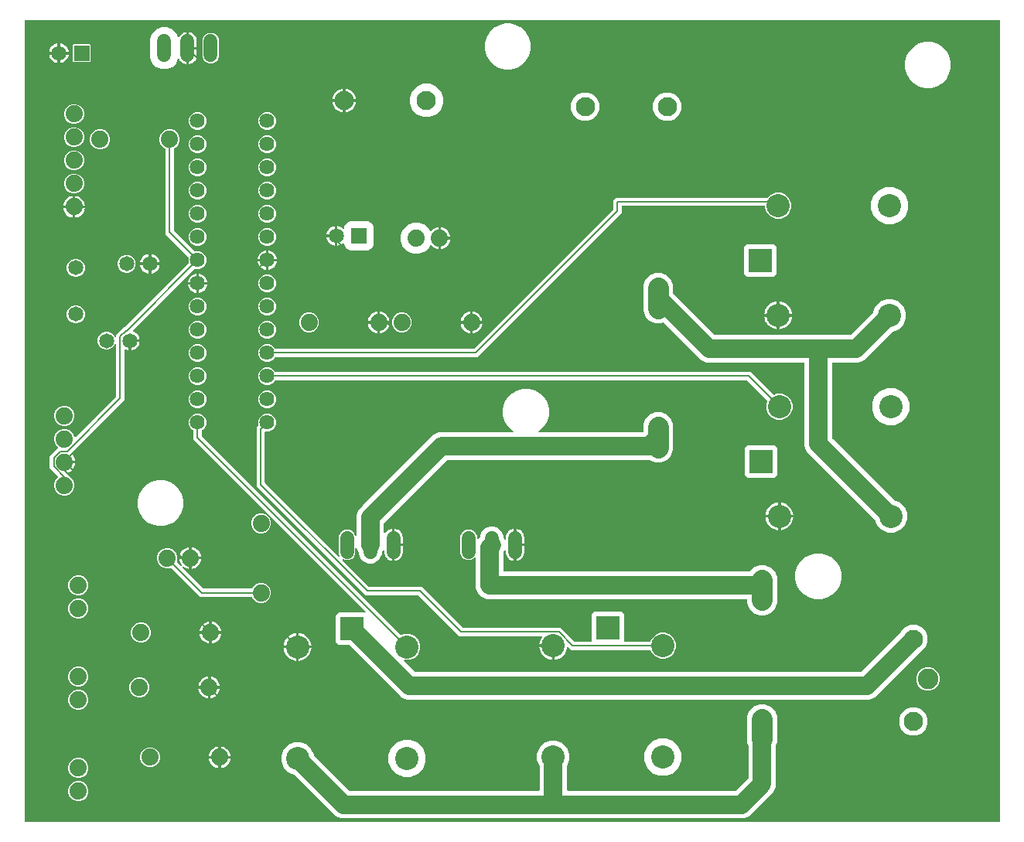
<source format=gbr>
G04 EAGLE Gerber RS-274X export*
G75*
%MOMM*%
%FSLAX34Y34*%
%LPD*%
%INBottom Copper*%
%IPPOS*%
%AMOC8*
5,1,8,0,0,1.08239X$1,22.5*%
G01*
%ADD10C,1.879600*%
%ADD11R,1.651000X1.651000*%
%ADD12C,1.651000*%
%ADD13C,2.247900*%
%ADD14C,1.524000*%
%ADD15R,2.540000X2.540000*%
%ADD16C,2.540000*%
%ADD17C,2.100000*%
%ADD18C,1.625600*%
%ADD19C,0.152400*%
%ADD20C,2.250000*%
%ADD21C,2.000000*%

G36*
X1058336Y10926D02*
X1058336Y10926D01*
X1058355Y10924D01*
X1058457Y10946D01*
X1058559Y10962D01*
X1058576Y10972D01*
X1058596Y10976D01*
X1058685Y11029D01*
X1058776Y11078D01*
X1058790Y11092D01*
X1058807Y11102D01*
X1058874Y11181D01*
X1058946Y11256D01*
X1058954Y11274D01*
X1058967Y11289D01*
X1059006Y11385D01*
X1059049Y11479D01*
X1059051Y11499D01*
X1059059Y11517D01*
X1059077Y11684D01*
X1059077Y888316D01*
X1059074Y888336D01*
X1059076Y888355D01*
X1059054Y888457D01*
X1059038Y888559D01*
X1059028Y888576D01*
X1059024Y888596D01*
X1058971Y888685D01*
X1058922Y888776D01*
X1058908Y888790D01*
X1058898Y888807D01*
X1058819Y888874D01*
X1058744Y888946D01*
X1058726Y888954D01*
X1058711Y888967D01*
X1058615Y889006D01*
X1058521Y889049D01*
X1058501Y889051D01*
X1058483Y889059D01*
X1058316Y889077D01*
X-8316Y889077D01*
X-8336Y889074D01*
X-8355Y889076D01*
X-8457Y889054D01*
X-8559Y889038D01*
X-8576Y889028D01*
X-8596Y889024D01*
X-8685Y888971D01*
X-8776Y888922D01*
X-8790Y888908D01*
X-8807Y888898D01*
X-8874Y888819D01*
X-8946Y888744D01*
X-8954Y888726D01*
X-8967Y888711D01*
X-9006Y888615D01*
X-9049Y888521D01*
X-9051Y888501D01*
X-9059Y888483D01*
X-9077Y888316D01*
X-9077Y11684D01*
X-9074Y11664D01*
X-9076Y11645D01*
X-9054Y11543D01*
X-9038Y11441D01*
X-9028Y11424D01*
X-9024Y11404D01*
X-8971Y11315D01*
X-8922Y11224D01*
X-8908Y11210D01*
X-8898Y11193D01*
X-8819Y11126D01*
X-8744Y11054D01*
X-8726Y11046D01*
X-8711Y11033D01*
X-8615Y10994D01*
X-8521Y10951D01*
X-8501Y10949D01*
X-8483Y10941D01*
X-8316Y10923D01*
X1058316Y10923D01*
X1058336Y10926D01*
G37*
%LPC*%
G36*
X409450Y144919D02*
X409450Y144919D01*
X403907Y147215D01*
X346526Y204596D01*
X346452Y204649D01*
X346383Y204709D01*
X346353Y204721D01*
X346327Y204740D01*
X346240Y204767D01*
X346155Y204801D01*
X346114Y204805D01*
X346091Y204812D01*
X346059Y204811D01*
X345988Y204819D01*
X335045Y204819D01*
X332069Y207795D01*
X332069Y237405D01*
X335045Y240381D01*
X363765Y240381D01*
X363835Y240392D01*
X363907Y240394D01*
X363956Y240412D01*
X364007Y240420D01*
X364071Y240454D01*
X364138Y240479D01*
X364179Y240511D01*
X364225Y240536D01*
X364274Y240588D01*
X364330Y240632D01*
X364358Y240676D01*
X364394Y240714D01*
X364424Y240779D01*
X364463Y240839D01*
X364476Y240890D01*
X364498Y240937D01*
X364506Y241008D01*
X364523Y241078D01*
X364519Y241130D01*
X364525Y241181D01*
X364510Y241252D01*
X364504Y241323D01*
X364484Y241371D01*
X364473Y241422D01*
X364436Y241483D01*
X364408Y241549D01*
X364363Y241605D01*
X364346Y241633D01*
X364329Y241648D01*
X364303Y241680D01*
X175827Y430156D01*
X175827Y439237D01*
X175809Y439352D01*
X175791Y439468D01*
X175789Y439474D01*
X175788Y439480D01*
X175733Y439583D01*
X175680Y439688D01*
X175675Y439692D01*
X175672Y439698D01*
X175589Y439777D01*
X175504Y439860D01*
X175498Y439863D01*
X175494Y439867D01*
X175477Y439875D01*
X175357Y439941D01*
X174932Y440117D01*
X172217Y442832D01*
X170747Y446380D01*
X170747Y450220D01*
X172217Y453768D01*
X174932Y456483D01*
X178480Y457953D01*
X182320Y457953D01*
X185868Y456483D01*
X188583Y453768D01*
X190053Y450220D01*
X190053Y446380D01*
X188583Y442832D01*
X185868Y440117D01*
X185443Y439941D01*
X185343Y439879D01*
X185243Y439819D01*
X185239Y439814D01*
X185234Y439811D01*
X185159Y439721D01*
X185083Y439632D01*
X185081Y439626D01*
X185077Y439622D01*
X185035Y439514D01*
X184991Y439404D01*
X184990Y439397D01*
X184989Y439392D01*
X184988Y439374D01*
X184973Y439237D01*
X184973Y434259D01*
X184987Y434169D01*
X184995Y434078D01*
X185007Y434049D01*
X185012Y434017D01*
X185055Y433936D01*
X185091Y433852D01*
X185117Y433820D01*
X185128Y433799D01*
X185151Y433777D01*
X185196Y433721D01*
X403176Y215741D01*
X403270Y215673D01*
X403365Y215603D01*
X403371Y215601D01*
X403376Y215597D01*
X403486Y215563D01*
X403598Y215527D01*
X403605Y215527D01*
X403611Y215525D01*
X403728Y215528D01*
X403844Y215529D01*
X403852Y215531D01*
X403857Y215531D01*
X403874Y215538D01*
X404006Y215576D01*
X407021Y216825D01*
X412679Y216825D01*
X417908Y214659D01*
X421909Y210658D01*
X424075Y205429D01*
X424075Y199771D01*
X421909Y194542D01*
X417908Y190541D01*
X412679Y188375D01*
X407240Y188375D01*
X407169Y188364D01*
X407097Y188362D01*
X407049Y188344D01*
X406997Y188336D01*
X406934Y188302D01*
X406866Y188277D01*
X406826Y188245D01*
X406780Y188220D01*
X406730Y188168D01*
X406674Y188124D01*
X406646Y188080D01*
X406610Y188042D01*
X406580Y187977D01*
X406541Y187917D01*
X406529Y187866D01*
X406507Y187819D01*
X406499Y187748D01*
X406481Y187678D01*
X406485Y187626D01*
X406480Y187575D01*
X406495Y187504D01*
X406501Y187433D01*
X406521Y187385D01*
X406532Y187334D01*
X406569Y187273D01*
X406597Y187207D01*
X406642Y187151D01*
X406658Y187123D01*
X406676Y187108D01*
X406702Y187076D01*
X418474Y175304D01*
X418548Y175251D01*
X418617Y175191D01*
X418647Y175179D01*
X418673Y175160D01*
X418760Y175133D01*
X418845Y175099D01*
X418886Y175095D01*
X418909Y175088D01*
X418941Y175089D01*
X419012Y175081D01*
X906438Y175081D01*
X906528Y175095D01*
X906619Y175103D01*
X906649Y175115D01*
X906681Y175120D01*
X906761Y175163D01*
X906845Y175199D01*
X906877Y175225D01*
X906898Y175236D01*
X906920Y175259D01*
X906976Y175304D01*
X950284Y218612D01*
X950322Y218665D01*
X950368Y218712D01*
X950409Y218785D01*
X950428Y218811D01*
X950433Y218830D01*
X950449Y218859D01*
X950891Y219926D01*
X955274Y224309D01*
X961001Y226681D01*
X967199Y226681D01*
X972926Y224309D01*
X977309Y219926D01*
X979681Y214199D01*
X979681Y208001D01*
X977309Y202274D01*
X972926Y197891D01*
X971859Y197449D01*
X971803Y197415D01*
X971743Y197389D01*
X971678Y197337D01*
X971650Y197320D01*
X971637Y197305D01*
X971612Y197284D01*
X925892Y151565D01*
X921543Y147215D01*
X916000Y144919D01*
X409450Y144919D01*
G37*
%LPD*%
%LPC*%
G36*
X571373Y203138D02*
X571373Y203138D01*
X571370Y203158D01*
X571372Y203177D01*
X571350Y203279D01*
X571333Y203381D01*
X571324Y203398D01*
X571320Y203418D01*
X571267Y203507D01*
X571218Y203598D01*
X571204Y203612D01*
X571194Y203629D01*
X571115Y203696D01*
X571040Y203767D01*
X571022Y203776D01*
X571007Y203789D01*
X570911Y203827D01*
X570817Y203871D01*
X570797Y203873D01*
X570779Y203881D01*
X570612Y203899D01*
X569849Y203899D01*
X569849Y204662D01*
X569846Y204682D01*
X569848Y204701D01*
X569826Y204803D01*
X569809Y204905D01*
X569800Y204922D01*
X569796Y204942D01*
X569743Y205031D01*
X569694Y205122D01*
X569680Y205136D01*
X569670Y205153D01*
X569591Y205220D01*
X569516Y205291D01*
X569498Y205300D01*
X569483Y205313D01*
X569387Y205352D01*
X569293Y205395D01*
X569273Y205397D01*
X569255Y205405D01*
X569088Y205423D01*
X554661Y205423D01*
X554985Y207469D01*
X555726Y209750D01*
X556815Y211888D01*
X557699Y213105D01*
X557704Y213115D01*
X557713Y213124D01*
X557759Y213225D01*
X557809Y213324D01*
X557811Y213336D01*
X557816Y213347D01*
X557828Y213458D01*
X557844Y213568D01*
X557842Y213580D01*
X557843Y213591D01*
X557820Y213700D01*
X557799Y213810D01*
X557794Y213820D01*
X557791Y213832D01*
X557734Y213928D01*
X557680Y214025D01*
X557671Y214033D01*
X557665Y214043D01*
X557580Y214115D01*
X557498Y214190D01*
X557487Y214195D01*
X557478Y214203D01*
X557374Y214245D01*
X557273Y214289D01*
X557261Y214290D01*
X557250Y214295D01*
X557083Y214313D01*
X466891Y214313D01*
X463989Y217215D01*
X422164Y259040D01*
X422090Y259093D01*
X422021Y259152D01*
X421991Y259164D01*
X421965Y259183D01*
X421878Y259210D01*
X421793Y259244D01*
X421752Y259249D01*
X421729Y259256D01*
X421697Y259255D01*
X421626Y259263D01*
X364271Y259263D01*
X245021Y378512D01*
X245021Y443188D01*
X246958Y445125D01*
X247027Y445220D01*
X247096Y445314D01*
X247098Y445320D01*
X247102Y445325D01*
X247136Y445436D01*
X247172Y445548D01*
X247172Y445554D01*
X247174Y445560D01*
X247171Y445677D01*
X247170Y445794D01*
X247168Y445801D01*
X247168Y445806D01*
X247162Y445823D01*
X247123Y445955D01*
X246947Y446380D01*
X246947Y450220D01*
X248417Y453768D01*
X251132Y456483D01*
X254680Y457953D01*
X258520Y457953D01*
X262068Y456483D01*
X264783Y453768D01*
X266253Y450220D01*
X266253Y446380D01*
X264783Y442832D01*
X262068Y440117D01*
X258520Y438647D01*
X254928Y438647D01*
X254908Y438644D01*
X254889Y438646D01*
X254787Y438624D01*
X254685Y438608D01*
X254668Y438598D01*
X254648Y438594D01*
X254559Y438541D01*
X254468Y438492D01*
X254454Y438478D01*
X254437Y438468D01*
X254370Y438389D01*
X254298Y438314D01*
X254290Y438296D01*
X254277Y438281D01*
X254238Y438185D01*
X254195Y438091D01*
X254193Y438071D01*
X254185Y438053D01*
X254167Y437886D01*
X254167Y382615D01*
X254181Y382525D01*
X254189Y382434D01*
X254201Y382405D01*
X254206Y382373D01*
X254249Y382292D01*
X254285Y382208D01*
X254311Y382176D01*
X254322Y382155D01*
X254345Y382133D01*
X254390Y382077D01*
X334688Y301779D01*
X334767Y301722D01*
X334842Y301660D01*
X334867Y301650D01*
X334888Y301635D01*
X334981Y301606D01*
X335072Y301571D01*
X335098Y301570D01*
X335123Y301563D01*
X335220Y301565D01*
X335318Y301561D01*
X335343Y301568D01*
X335369Y301569D01*
X335461Y301603D01*
X335554Y301630D01*
X335575Y301644D01*
X335600Y301653D01*
X335676Y301714D01*
X335756Y301770D01*
X335772Y301791D01*
X335792Y301807D01*
X335845Y301889D01*
X335903Y301967D01*
X335911Y301992D01*
X335925Y302014D01*
X335949Y302108D01*
X335979Y302201D01*
X335979Y302227D01*
X335985Y302253D01*
X335978Y302350D01*
X335977Y302447D01*
X335967Y302478D01*
X335966Y302498D01*
X335953Y302528D01*
X335930Y302608D01*
X334955Y304961D01*
X334955Y323839D01*
X336347Y327200D01*
X338920Y329773D01*
X342281Y331165D01*
X345919Y331165D01*
X349280Y329773D01*
X351853Y327200D01*
X352955Y324539D01*
X353006Y324456D01*
X353052Y324370D01*
X353071Y324352D01*
X353084Y324330D01*
X353159Y324268D01*
X353230Y324201D01*
X353254Y324190D01*
X353274Y324173D01*
X353365Y324138D01*
X353453Y324097D01*
X353479Y324094D01*
X353503Y324085D01*
X353601Y324081D01*
X353697Y324070D01*
X353723Y324076D01*
X353749Y324075D01*
X353843Y324102D01*
X353938Y324122D01*
X353960Y324136D01*
X353985Y324143D01*
X354065Y324199D01*
X354149Y324249D01*
X354166Y324269D01*
X354187Y324283D01*
X354246Y324362D01*
X354309Y324436D01*
X354319Y324460D01*
X354334Y324481D01*
X354364Y324573D01*
X354401Y324664D01*
X354404Y324696D01*
X354410Y324715D01*
X354410Y324748D01*
X354419Y324830D01*
X354419Y347400D01*
X356715Y352943D01*
X361065Y357292D01*
X434508Y430735D01*
X434508Y430736D01*
X438857Y435085D01*
X444400Y437381D01*
X526015Y437381D01*
X526063Y437388D01*
X526111Y437387D01*
X526183Y437408D01*
X526258Y437420D01*
X526300Y437443D01*
X526346Y437457D01*
X526409Y437500D01*
X526475Y437536D01*
X526508Y437570D01*
X526548Y437598D01*
X526593Y437659D01*
X526645Y437714D01*
X526665Y437757D01*
X526693Y437796D01*
X526717Y437868D01*
X526748Y437937D01*
X526754Y437985D01*
X526768Y438030D01*
X526767Y438106D01*
X526775Y438181D01*
X526765Y438228D01*
X526765Y438276D01*
X526739Y438348D01*
X526723Y438422D01*
X526699Y438463D01*
X526683Y438508D01*
X526636Y438568D01*
X526597Y438633D01*
X526561Y438664D01*
X526531Y438702D01*
X526427Y438778D01*
X526410Y438793D01*
X526404Y438795D01*
X526396Y438801D01*
X524551Y439866D01*
X519866Y444551D01*
X516554Y450288D01*
X514839Y456688D01*
X514839Y463312D01*
X516554Y469712D01*
X519866Y475449D01*
X524551Y480134D01*
X530288Y483446D01*
X536688Y485161D01*
X543312Y485161D01*
X549712Y483446D01*
X555449Y480134D01*
X560134Y475449D01*
X563446Y469712D01*
X565161Y463312D01*
X565161Y456688D01*
X563446Y450288D01*
X560134Y444551D01*
X555449Y439866D01*
X553604Y438801D01*
X553567Y438771D01*
X553525Y438748D01*
X553473Y438694D01*
X553414Y438645D01*
X553388Y438605D01*
X553355Y438570D01*
X553323Y438501D01*
X553283Y438437D01*
X553272Y438390D01*
X553252Y438347D01*
X553243Y438272D01*
X553226Y438198D01*
X553230Y438150D01*
X553225Y438103D01*
X553241Y438028D01*
X553247Y437953D01*
X553267Y437909D01*
X553277Y437862D01*
X553316Y437797D01*
X553346Y437728D01*
X553378Y437692D01*
X553403Y437651D01*
X553460Y437602D01*
X553512Y437546D01*
X553553Y437522D01*
X553590Y437491D01*
X553660Y437463D01*
X553726Y437426D01*
X553773Y437417D01*
X553818Y437399D01*
X553946Y437385D01*
X553968Y437381D01*
X553975Y437382D01*
X553985Y437381D01*
X667619Y437381D01*
X667638Y437384D01*
X667658Y437382D01*
X667759Y437404D01*
X667861Y437420D01*
X667879Y437430D01*
X667898Y437434D01*
X667987Y437487D01*
X668079Y437536D01*
X668092Y437550D01*
X668109Y437560D01*
X668177Y437639D01*
X668248Y437714D01*
X668256Y437732D01*
X668269Y437747D01*
X668308Y437843D01*
X668352Y437937D01*
X668354Y437957D01*
X668361Y437975D01*
X668380Y438142D01*
X668380Y446786D01*
X670864Y452784D01*
X675455Y457375D01*
X681454Y459860D01*
X687946Y459860D01*
X693945Y457375D01*
X698536Y452784D01*
X701020Y446786D01*
X701020Y417814D01*
X698536Y411816D01*
X693945Y407225D01*
X687946Y404740D01*
X681454Y404740D01*
X675609Y407161D01*
X675545Y407176D01*
X675484Y407201D01*
X675401Y407210D01*
X675369Y407217D01*
X675350Y407216D01*
X675317Y407219D01*
X453962Y407219D01*
X453872Y407205D01*
X453781Y407197D01*
X453751Y407185D01*
X453719Y407180D01*
X453639Y407137D01*
X453555Y407101D01*
X453523Y407075D01*
X453502Y407064D01*
X453480Y407041D01*
X453424Y406996D01*
X384804Y338376D01*
X384751Y338302D01*
X384691Y338233D01*
X384679Y338203D01*
X384660Y338177D01*
X384633Y338090D01*
X384599Y338005D01*
X384595Y337964D01*
X384588Y337941D01*
X384589Y337909D01*
X384581Y337838D01*
X384581Y327319D01*
X384592Y327252D01*
X384593Y327184D01*
X384611Y327131D01*
X384620Y327076D01*
X384652Y327017D01*
X384675Y326952D01*
X384709Y326908D01*
X384736Y326859D01*
X384785Y326812D01*
X384827Y326759D01*
X384873Y326728D01*
X384914Y326690D01*
X384975Y326661D01*
X385032Y326624D01*
X385086Y326609D01*
X385137Y326586D01*
X385204Y326578D01*
X385270Y326561D01*
X385326Y326565D01*
X385381Y326559D01*
X385448Y326573D01*
X385515Y326578D01*
X385567Y326599D01*
X385622Y326611D01*
X385680Y326646D01*
X385743Y326672D01*
X385785Y326709D01*
X385833Y326737D01*
X385877Y326789D01*
X385928Y326833D01*
X385971Y326899D01*
X385993Y326924D01*
X386001Y326944D01*
X386020Y326973D01*
X386210Y327345D01*
X387150Y328639D01*
X388281Y329770D01*
X389575Y330710D01*
X391000Y331436D01*
X392521Y331931D01*
X393377Y332066D01*
X393377Y315162D01*
X393380Y315142D01*
X393378Y315123D01*
X393400Y315021D01*
X393417Y314919D01*
X393426Y314902D01*
X393430Y314882D01*
X393483Y314793D01*
X393532Y314702D01*
X393546Y314688D01*
X393556Y314671D01*
X393635Y314604D01*
X393710Y314533D01*
X393728Y314524D01*
X393743Y314511D01*
X393839Y314473D01*
X393933Y314429D01*
X393953Y314427D01*
X393971Y314419D01*
X394138Y314401D01*
X394901Y314401D01*
X394901Y314399D01*
X394138Y314399D01*
X394118Y314396D01*
X394099Y314398D01*
X393997Y314376D01*
X393895Y314359D01*
X393878Y314350D01*
X393858Y314346D01*
X393769Y314293D01*
X393678Y314244D01*
X393664Y314230D01*
X393647Y314220D01*
X393580Y314141D01*
X393509Y314066D01*
X393500Y314048D01*
X393487Y314033D01*
X393448Y313937D01*
X393405Y313843D01*
X393403Y313823D01*
X393395Y313805D01*
X393377Y313638D01*
X393377Y296734D01*
X392521Y296869D01*
X391000Y297364D01*
X389575Y298090D01*
X388281Y299030D01*
X387150Y300161D01*
X386210Y301455D01*
X385484Y302880D01*
X384989Y304401D01*
X384739Y305980D01*
X384739Y307956D01*
X384724Y308052D01*
X384714Y308149D01*
X384704Y308173D01*
X384700Y308199D01*
X384654Y308285D01*
X384614Y308374D01*
X384597Y308393D01*
X384584Y308416D01*
X384514Y308483D01*
X384448Y308555D01*
X384425Y308567D01*
X384406Y308585D01*
X384318Y308626D01*
X384232Y308673D01*
X384207Y308678D01*
X384183Y308689D01*
X384086Y308700D01*
X383990Y308717D01*
X383964Y308713D01*
X383939Y308716D01*
X383843Y308696D01*
X383747Y308681D01*
X383724Y308670D01*
X383698Y308664D01*
X383615Y308614D01*
X383528Y308570D01*
X383509Y308551D01*
X383487Y308538D01*
X383424Y308464D01*
X383356Y308394D01*
X383340Y308366D01*
X383327Y308351D01*
X383315Y308320D01*
X383275Y308247D01*
X382259Y305794D01*
X382249Y305755D01*
X382239Y305731D01*
X382236Y305713D01*
X382219Y305670D01*
X382210Y305587D01*
X382203Y305555D01*
X382204Y305536D01*
X382201Y305503D01*
X382201Y304254D01*
X380267Y299586D01*
X376694Y296013D01*
X372026Y294079D01*
X366974Y294079D01*
X362306Y296013D01*
X358733Y299586D01*
X356799Y304254D01*
X356799Y305503D01*
X356789Y305568D01*
X356788Y305633D01*
X356765Y305713D01*
X356760Y305746D01*
X356750Y305763D01*
X356741Y305794D01*
X354709Y310700D01*
X354658Y310783D01*
X354612Y310869D01*
X354593Y310887D01*
X354580Y310909D01*
X354505Y310971D01*
X354434Y311038D01*
X354410Y311049D01*
X354390Y311066D01*
X354299Y311101D01*
X354211Y311142D01*
X354185Y311145D01*
X354161Y311154D01*
X354063Y311158D01*
X353967Y311169D01*
X353941Y311163D01*
X353915Y311165D01*
X353821Y311137D01*
X353726Y311117D01*
X353704Y311103D01*
X353679Y311096D01*
X353599Y311041D01*
X353515Y310991D01*
X353498Y310971D01*
X353477Y310956D01*
X353418Y310878D01*
X353355Y310804D01*
X353345Y310779D01*
X353330Y310758D01*
X353300Y310666D01*
X353263Y310576D01*
X353260Y310543D01*
X353254Y310525D01*
X353254Y310492D01*
X353245Y310409D01*
X353245Y304961D01*
X351853Y301600D01*
X349280Y299027D01*
X345919Y297635D01*
X342281Y297635D01*
X339928Y298610D01*
X339833Y298632D01*
X339740Y298661D01*
X339714Y298660D01*
X339689Y298666D01*
X339592Y298657D01*
X339494Y298654D01*
X339470Y298645D01*
X339444Y298643D01*
X339355Y298603D01*
X339263Y298570D01*
X339243Y298554D01*
X339219Y298543D01*
X339147Y298477D01*
X339071Y298416D01*
X339057Y298394D01*
X339038Y298377D01*
X338991Y298291D01*
X338938Y298209D01*
X338932Y298184D01*
X338919Y298161D01*
X338902Y298065D01*
X338878Y297971D01*
X338880Y297945D01*
X338876Y297919D01*
X338890Y297822D01*
X338897Y297726D01*
X338908Y297702D01*
X338911Y297676D01*
X338956Y297589D01*
X338994Y297499D01*
X339014Y297474D01*
X339023Y297456D01*
X339047Y297433D01*
X339099Y297368D01*
X367836Y268631D01*
X367910Y268578D01*
X367979Y268519D01*
X368009Y268506D01*
X368036Y268488D01*
X368122Y268461D01*
X368207Y268427D01*
X368248Y268422D01*
X368271Y268415D01*
X368303Y268416D01*
X368374Y268408D01*
X425729Y268408D01*
X428631Y265507D01*
X428631Y265506D01*
X470456Y223682D01*
X470530Y223629D01*
X470599Y223569D01*
X470629Y223557D01*
X470656Y223538D01*
X470743Y223511D01*
X470827Y223477D01*
X470868Y223473D01*
X470891Y223466D01*
X470923Y223467D01*
X470994Y223459D01*
X577952Y223459D01*
X592715Y208696D01*
X592789Y208643D01*
X592858Y208583D01*
X592888Y208571D01*
X592914Y208552D01*
X593001Y208525D01*
X593086Y208491D01*
X593127Y208487D01*
X593149Y208480D01*
X593182Y208481D01*
X593253Y208473D01*
X611308Y208473D01*
X611328Y208476D01*
X611347Y208474D01*
X611449Y208496D01*
X611551Y208512D01*
X611568Y208522D01*
X611588Y208526D01*
X611677Y208579D01*
X611768Y208628D01*
X611782Y208642D01*
X611799Y208652D01*
X611866Y208731D01*
X611938Y208806D01*
X611946Y208824D01*
X611959Y208839D01*
X611998Y208935D01*
X612041Y209029D01*
X612043Y209049D01*
X612051Y209067D01*
X612069Y209234D01*
X612069Y238705D01*
X615045Y241681D01*
X644655Y241681D01*
X647631Y238705D01*
X647631Y209234D01*
X647634Y209214D01*
X647632Y209195D01*
X647654Y209093D01*
X647670Y208991D01*
X647680Y208974D01*
X647684Y208954D01*
X647737Y208865D01*
X647786Y208774D01*
X647800Y208760D01*
X647810Y208743D01*
X647889Y208676D01*
X647964Y208604D01*
X647982Y208596D01*
X647997Y208583D01*
X648093Y208544D01*
X648187Y208501D01*
X648207Y208499D01*
X648225Y208491D01*
X648392Y208473D01*
X675839Y208473D01*
X675953Y208492D01*
X676070Y208509D01*
X676075Y208511D01*
X676081Y208512D01*
X676184Y208567D01*
X676289Y208620D01*
X676293Y208625D01*
X676299Y208628D01*
X676379Y208712D01*
X676461Y208796D01*
X676465Y208802D01*
X676468Y208806D01*
X676476Y208823D01*
X676542Y208943D01*
X677791Y211958D01*
X681792Y215959D01*
X687021Y218125D01*
X692679Y218125D01*
X697908Y215959D01*
X701909Y211958D01*
X704075Y206729D01*
X704075Y201071D01*
X701909Y195842D01*
X697908Y191841D01*
X692679Y189675D01*
X687021Y189675D01*
X681792Y191841D01*
X677791Y195842D01*
X676542Y198857D01*
X676480Y198957D01*
X676420Y199057D01*
X676416Y199061D01*
X676412Y199066D01*
X676322Y199141D01*
X676234Y199217D01*
X676228Y199219D01*
X676223Y199223D01*
X676115Y199265D01*
X676005Y199309D01*
X675998Y199310D01*
X675993Y199311D01*
X675975Y199312D01*
X675839Y199327D01*
X589149Y199327D01*
X586241Y202236D01*
X586231Y202243D01*
X586224Y202252D01*
X586131Y202314D01*
X586041Y202379D01*
X586030Y202383D01*
X586020Y202390D01*
X585913Y202419D01*
X585806Y202452D01*
X585794Y202451D01*
X585783Y202455D01*
X585672Y202448D01*
X585560Y202445D01*
X585549Y202441D01*
X585537Y202440D01*
X585434Y202399D01*
X585329Y202361D01*
X585320Y202353D01*
X585309Y202349D01*
X585224Y202277D01*
X585137Y202207D01*
X585131Y202197D01*
X585122Y202189D01*
X585064Y202094D01*
X585004Y202000D01*
X585001Y201989D01*
X584995Y201978D01*
X584951Y201817D01*
X584715Y200331D01*
X583974Y198050D01*
X582885Y195912D01*
X581475Y193971D01*
X579779Y192275D01*
X577838Y190865D01*
X575700Y189776D01*
X573419Y189035D01*
X571373Y188711D01*
X571373Y203138D01*
G37*
%LPD*%
%LPC*%
G36*
X337450Y14919D02*
X337450Y14919D01*
X331907Y17215D01*
X327558Y21565D01*
X286403Y62719D01*
X286350Y62757D01*
X286303Y62803D01*
X286230Y62844D01*
X286204Y62863D01*
X286185Y62868D01*
X286156Y62884D01*
X279778Y65526D01*
X274776Y70528D01*
X272069Y77063D01*
X272069Y84137D01*
X274776Y90672D01*
X279778Y95674D01*
X286313Y98381D01*
X293387Y98381D01*
X299922Y95674D01*
X304924Y90672D01*
X307566Y84294D01*
X307600Y84238D01*
X307626Y84178D01*
X307678Y84113D01*
X307695Y84084D01*
X307710Y84072D01*
X307731Y84047D01*
X346474Y45304D01*
X346548Y45251D01*
X346617Y45191D01*
X346647Y45179D01*
X346673Y45160D01*
X346760Y45133D01*
X346845Y45099D01*
X346886Y45095D01*
X346909Y45088D01*
X346941Y45089D01*
X347012Y45081D01*
X554158Y45081D01*
X554178Y45084D01*
X554197Y45082D01*
X554299Y45104D01*
X554401Y45120D01*
X554418Y45130D01*
X554438Y45134D01*
X554527Y45187D01*
X554618Y45236D01*
X554632Y45250D01*
X554649Y45260D01*
X554716Y45339D01*
X554788Y45414D01*
X554796Y45432D01*
X554809Y45447D01*
X554848Y45543D01*
X554891Y45637D01*
X554893Y45657D01*
X554901Y45675D01*
X554919Y45842D01*
X554919Y71370D01*
X554904Y71460D01*
X554897Y71551D01*
X554885Y71581D01*
X554880Y71612D01*
X554837Y71693D01*
X554801Y71777D01*
X554793Y71787D01*
X552069Y78363D01*
X552069Y85437D01*
X554776Y91972D01*
X559778Y96974D01*
X566313Y99681D01*
X573387Y99681D01*
X579922Y96974D01*
X584924Y91972D01*
X587631Y85437D01*
X587631Y78363D01*
X585139Y72347D01*
X585124Y72283D01*
X585099Y72222D01*
X585090Y72139D01*
X585083Y72107D01*
X585084Y72088D01*
X585081Y72056D01*
X585081Y45842D01*
X585084Y45822D01*
X585082Y45803D01*
X585104Y45701D01*
X585120Y45599D01*
X585130Y45582D01*
X585134Y45562D01*
X585187Y45473D01*
X585236Y45382D01*
X585250Y45368D01*
X585260Y45351D01*
X585339Y45284D01*
X585414Y45212D01*
X585432Y45204D01*
X585447Y45191D01*
X585543Y45152D01*
X585637Y45109D01*
X585657Y45107D01*
X585675Y45099D01*
X585842Y45081D01*
X769538Y45081D01*
X769628Y45095D01*
X769719Y45103D01*
X769749Y45115D01*
X769781Y45120D01*
X769861Y45163D01*
X769945Y45199D01*
X769977Y45225D01*
X769998Y45236D01*
X770020Y45259D01*
X770076Y45304D01*
X783196Y58424D01*
X783249Y58498D01*
X783309Y58567D01*
X783321Y58597D01*
X783340Y58623D01*
X783367Y58710D01*
X783401Y58795D01*
X783405Y58836D01*
X783412Y58859D01*
X783411Y58891D01*
X783419Y58962D01*
X783419Y94770D01*
X783409Y94835D01*
X783408Y94901D01*
X783385Y94981D01*
X783380Y95013D01*
X783370Y95030D01*
X783361Y95062D01*
X782180Y97914D01*
X782180Y126886D01*
X784664Y132884D01*
X789255Y137475D01*
X795254Y139960D01*
X801746Y139960D01*
X807745Y137475D01*
X812336Y132884D01*
X814820Y126886D01*
X814820Y97914D01*
X813639Y95062D01*
X813624Y94998D01*
X813599Y94937D01*
X813590Y94854D01*
X813583Y94822D01*
X813584Y94803D01*
X813581Y94770D01*
X813581Y49400D01*
X811285Y43857D01*
X784643Y17215D01*
X779100Y14919D01*
X337450Y14919D01*
G37*
%LPD*%
%LPC*%
G36*
X935863Y327969D02*
X935863Y327969D01*
X929328Y330676D01*
X924326Y335678D01*
X921684Y342056D01*
X921650Y342112D01*
X921624Y342172D01*
X921572Y342237D01*
X921555Y342266D01*
X921540Y342278D01*
X921519Y342303D01*
X847215Y416607D01*
X844919Y422150D01*
X844919Y513128D01*
X844916Y513148D01*
X844918Y513167D01*
X844896Y513269D01*
X844880Y513371D01*
X844870Y513388D01*
X844866Y513408D01*
X844813Y513497D01*
X844764Y513588D01*
X844750Y513602D01*
X844740Y513619D01*
X844661Y513686D01*
X844586Y513758D01*
X844568Y513766D01*
X844553Y513779D01*
X844457Y513818D01*
X844363Y513861D01*
X844343Y513863D01*
X844325Y513871D01*
X844158Y513889D01*
X737430Y513889D01*
X731887Y516185D01*
X690417Y557655D01*
X690323Y557723D01*
X690229Y557793D01*
X690223Y557795D01*
X690218Y557799D01*
X690107Y557833D01*
X689995Y557869D01*
X689989Y557869D01*
X689983Y557871D01*
X689866Y557868D01*
X689749Y557867D01*
X689742Y557865D01*
X689737Y557865D01*
X689719Y557858D01*
X689588Y557820D01*
X687946Y557140D01*
X681454Y557140D01*
X675455Y559625D01*
X670864Y564216D01*
X668380Y570214D01*
X668380Y599186D01*
X670864Y605184D01*
X675455Y609775D01*
X681454Y612260D01*
X687946Y612260D01*
X693945Y609775D01*
X698536Y605184D01*
X701020Y599186D01*
X701020Y590022D01*
X701035Y589932D01*
X701042Y589841D01*
X701055Y589812D01*
X701060Y589780D01*
X701103Y589699D01*
X701138Y589615D01*
X701164Y589583D01*
X701175Y589562D01*
X701198Y589540D01*
X701243Y589484D01*
X746454Y544274D01*
X746528Y544221D01*
X746597Y544161D01*
X746627Y544149D01*
X746653Y544130D01*
X746740Y544103D01*
X746825Y544069D01*
X746866Y544065D01*
X746889Y544058D01*
X746921Y544059D01*
X746992Y544051D01*
X894758Y544051D01*
X894848Y544065D01*
X894939Y544073D01*
X894969Y544085D01*
X895001Y544090D01*
X895081Y544133D01*
X895165Y544169D01*
X895197Y544195D01*
X895218Y544206D01*
X895240Y544229D01*
X895296Y544274D01*
X920219Y569197D01*
X920257Y569250D01*
X920303Y569297D01*
X920344Y569370D01*
X920363Y569396D01*
X920368Y569415D01*
X920384Y569444D01*
X923026Y575822D01*
X928028Y580824D01*
X934563Y583531D01*
X941637Y583531D01*
X948172Y580824D01*
X953174Y575822D01*
X955881Y569287D01*
X955881Y562213D01*
X953174Y555678D01*
X948172Y550676D01*
X941794Y548034D01*
X941738Y548000D01*
X941678Y547974D01*
X941613Y547922D01*
X941584Y547905D01*
X941572Y547890D01*
X941547Y547869D01*
X909863Y516185D01*
X904320Y513889D01*
X875842Y513889D01*
X875822Y513886D01*
X875803Y513888D01*
X875701Y513866D01*
X875599Y513850D01*
X875582Y513840D01*
X875562Y513836D01*
X875473Y513783D01*
X875382Y513734D01*
X875368Y513720D01*
X875351Y513710D01*
X875284Y513631D01*
X875212Y513556D01*
X875204Y513538D01*
X875191Y513523D01*
X875152Y513427D01*
X875109Y513333D01*
X875107Y513313D01*
X875099Y513295D01*
X875081Y513128D01*
X875081Y431712D01*
X875095Y431622D01*
X875103Y431531D01*
X875115Y431501D01*
X875120Y431469D01*
X875163Y431389D01*
X875199Y431305D01*
X875225Y431273D01*
X875236Y431252D01*
X875259Y431230D01*
X875304Y431174D01*
X942847Y363631D01*
X942900Y363593D01*
X942947Y363547D01*
X943020Y363506D01*
X943046Y363487D01*
X943065Y363482D01*
X943094Y363466D01*
X949472Y360824D01*
X954474Y355822D01*
X957181Y349287D01*
X957181Y342213D01*
X954474Y335678D01*
X949472Y330676D01*
X942937Y327969D01*
X935863Y327969D01*
G37*
%LPD*%
%LPC*%
G36*
X795254Y237240D02*
X795254Y237240D01*
X789255Y239725D01*
X784664Y244316D01*
X782180Y250314D01*
X782180Y254158D01*
X782177Y254178D01*
X782179Y254197D01*
X782157Y254299D01*
X782140Y254401D01*
X782131Y254418D01*
X782126Y254438D01*
X782073Y254527D01*
X782025Y254618D01*
X782011Y254632D01*
X782000Y254649D01*
X781922Y254716D01*
X781847Y254788D01*
X781829Y254796D01*
X781813Y254809D01*
X781717Y254848D01*
X781624Y254891D01*
X781604Y254893D01*
X781585Y254901D01*
X781419Y254919D01*
X497000Y254919D01*
X491457Y257215D01*
X487215Y261457D01*
X484919Y267000D01*
X484919Y299829D01*
X484908Y299900D01*
X484906Y299971D01*
X484888Y300020D01*
X484880Y300072D01*
X484846Y300135D01*
X484821Y300202D01*
X484789Y300243D01*
X484764Y300289D01*
X484712Y300338D01*
X484668Y300394D01*
X484624Y300423D01*
X484586Y300458D01*
X484521Y300489D01*
X484461Y300527D01*
X484410Y300540D01*
X484363Y300562D01*
X484292Y300570D01*
X484222Y300587D01*
X484170Y300583D01*
X484119Y300589D01*
X484048Y300574D01*
X483977Y300568D01*
X483929Y300548D01*
X483878Y300537D01*
X483817Y300500D01*
X483751Y300472D01*
X483695Y300427D01*
X483667Y300411D01*
X483652Y300393D01*
X483620Y300367D01*
X482280Y299027D01*
X478919Y297635D01*
X475281Y297635D01*
X471920Y299027D01*
X469347Y301600D01*
X467955Y304961D01*
X467955Y323839D01*
X469347Y327200D01*
X471920Y329773D01*
X475281Y331165D01*
X478919Y331165D01*
X482280Y329773D01*
X484853Y327200D01*
X486245Y323839D01*
X486245Y321310D01*
X486256Y321239D01*
X486258Y321167D01*
X486276Y321119D01*
X486284Y321067D01*
X486318Y321004D01*
X486343Y320936D01*
X486375Y320896D01*
X486400Y320850D01*
X486452Y320800D01*
X486496Y320744D01*
X486540Y320716D01*
X486578Y320680D01*
X486643Y320650D01*
X486703Y320611D01*
X486754Y320599D01*
X486801Y320577D01*
X486872Y320569D01*
X486942Y320551D01*
X486994Y320555D01*
X487045Y320550D01*
X487116Y320565D01*
X487187Y320571D01*
X487235Y320591D01*
X487286Y320602D01*
X487347Y320639D01*
X487413Y320667D01*
X487469Y320712D01*
X487497Y320728D01*
X487512Y320746D01*
X487544Y320772D01*
X489576Y322804D01*
X489629Y322878D01*
X489689Y322947D01*
X489701Y322977D01*
X489720Y323003D01*
X489747Y323091D01*
X489781Y323175D01*
X489785Y323216D01*
X489792Y323239D01*
X489791Y323271D01*
X489799Y323342D01*
X489799Y324546D01*
X491733Y329214D01*
X495306Y332787D01*
X499974Y334721D01*
X505026Y334721D01*
X509694Y332787D01*
X513267Y329214D01*
X515201Y324546D01*
X515201Y323297D01*
X515211Y323232D01*
X515212Y323167D01*
X515235Y323087D01*
X515240Y323054D01*
X515250Y323037D01*
X515259Y323006D01*
X516275Y320553D01*
X516326Y320470D01*
X516372Y320384D01*
X516390Y320366D01*
X516404Y320344D01*
X516480Y320281D01*
X516550Y320215D01*
X516574Y320204D01*
X516594Y320187D01*
X516685Y320152D01*
X516773Y320111D01*
X516799Y320108D01*
X516823Y320099D01*
X516921Y320095D01*
X517017Y320084D01*
X517043Y320089D01*
X517069Y320088D01*
X517163Y320115D01*
X517258Y320136D01*
X517280Y320150D01*
X517305Y320157D01*
X517385Y320212D01*
X517469Y320262D01*
X517486Y320282D01*
X517507Y320297D01*
X517566Y320375D01*
X517629Y320449D01*
X517639Y320473D01*
X517654Y320494D01*
X517684Y320587D01*
X517721Y320677D01*
X517724Y320710D01*
X517730Y320728D01*
X517730Y320761D01*
X517739Y320844D01*
X517739Y322820D01*
X517989Y324399D01*
X518484Y325920D01*
X519210Y327345D01*
X520150Y328639D01*
X521281Y329770D01*
X522575Y330710D01*
X524000Y331436D01*
X525521Y331931D01*
X526377Y332066D01*
X526377Y315162D01*
X526380Y315142D01*
X526378Y315123D01*
X526400Y315021D01*
X526417Y314919D01*
X526426Y314902D01*
X526430Y314882D01*
X526483Y314793D01*
X526532Y314702D01*
X526546Y314688D01*
X526556Y314671D01*
X526635Y314604D01*
X526710Y314533D01*
X526728Y314524D01*
X526743Y314511D01*
X526839Y314473D01*
X526933Y314429D01*
X526953Y314427D01*
X526971Y314419D01*
X527138Y314401D01*
X527901Y314401D01*
X527901Y314399D01*
X527138Y314399D01*
X527118Y314396D01*
X527099Y314398D01*
X526997Y314376D01*
X526895Y314359D01*
X526878Y314350D01*
X526858Y314346D01*
X526769Y314293D01*
X526678Y314244D01*
X526664Y314230D01*
X526647Y314220D01*
X526580Y314141D01*
X526509Y314066D01*
X526500Y314048D01*
X526487Y314033D01*
X526448Y313937D01*
X526405Y313843D01*
X526403Y313823D01*
X526395Y313805D01*
X526377Y313638D01*
X526377Y296734D01*
X525521Y296869D01*
X524000Y297364D01*
X522575Y298090D01*
X521281Y299030D01*
X520150Y300161D01*
X519210Y301455D01*
X518484Y302880D01*
X517989Y304401D01*
X517739Y305980D01*
X517739Y307956D01*
X517724Y308052D01*
X517714Y308149D01*
X517704Y308173D01*
X517700Y308199D01*
X517654Y308285D01*
X517614Y308374D01*
X517597Y308393D01*
X517584Y308416D01*
X517514Y308483D01*
X517448Y308555D01*
X517425Y308567D01*
X517406Y308585D01*
X517318Y308626D01*
X517232Y308673D01*
X517207Y308678D01*
X517183Y308689D01*
X517086Y308700D01*
X516990Y308717D01*
X516964Y308713D01*
X516939Y308716D01*
X516843Y308695D01*
X516747Y308681D01*
X516724Y308669D01*
X516698Y308664D01*
X516615Y308614D01*
X516528Y308570D01*
X516509Y308551D01*
X516487Y308538D01*
X516424Y308464D01*
X516356Y308394D01*
X516340Y308366D01*
X516327Y308351D01*
X516315Y308320D01*
X516275Y308247D01*
X515259Y305794D01*
X515249Y305755D01*
X515239Y305731D01*
X515236Y305713D01*
X515219Y305670D01*
X515210Y305587D01*
X515203Y305555D01*
X515204Y305536D01*
X515201Y305503D01*
X515201Y304254D01*
X515139Y304104D01*
X515124Y304040D01*
X515099Y303979D01*
X515090Y303896D01*
X515083Y303864D01*
X515084Y303845D01*
X515081Y303813D01*
X515081Y285842D01*
X515084Y285822D01*
X515082Y285803D01*
X515104Y285701D01*
X515120Y285599D01*
X515130Y285582D01*
X515134Y285562D01*
X515187Y285473D01*
X515236Y285382D01*
X515250Y285368D01*
X515260Y285351D01*
X515339Y285284D01*
X515414Y285212D01*
X515432Y285204D01*
X515447Y285191D01*
X515543Y285152D01*
X515637Y285109D01*
X515657Y285107D01*
X515675Y285099D01*
X515842Y285081D01*
X784146Y285081D01*
X784236Y285095D01*
X784327Y285103D01*
X784356Y285115D01*
X784388Y285120D01*
X784469Y285163D01*
X784553Y285199D01*
X784585Y285225D01*
X784606Y285236D01*
X784628Y285259D01*
X784684Y285304D01*
X789255Y289875D01*
X795254Y292360D01*
X801746Y292360D01*
X807745Y289875D01*
X812336Y285284D01*
X814820Y279286D01*
X814820Y250314D01*
X812336Y244316D01*
X807745Y239725D01*
X801746Y237240D01*
X795254Y237240D01*
G37*
%LPD*%
%LPC*%
G36*
X254680Y514847D02*
X254680Y514847D01*
X251132Y516317D01*
X248417Y519032D01*
X246947Y522580D01*
X246947Y526420D01*
X248417Y529968D01*
X251132Y532683D01*
X254680Y534153D01*
X258520Y534153D01*
X262068Y532683D01*
X264783Y529968D01*
X264959Y529543D01*
X265021Y529443D01*
X265081Y529343D01*
X265086Y529339D01*
X265089Y529334D01*
X265179Y529259D01*
X265268Y529183D01*
X265274Y529181D01*
X265278Y529177D01*
X265386Y529135D01*
X265496Y529091D01*
X265503Y529090D01*
X265508Y529089D01*
X265526Y529088D01*
X265663Y529073D01*
X482291Y529073D01*
X482381Y529087D01*
X482472Y529095D01*
X482501Y529107D01*
X482533Y529112D01*
X482614Y529155D01*
X482698Y529191D01*
X482730Y529217D01*
X482751Y529228D01*
X482773Y529251D01*
X482829Y529296D01*
X635204Y681671D01*
X635257Y681745D01*
X635317Y681815D01*
X635329Y681845D01*
X635348Y681871D01*
X635375Y681958D01*
X635409Y682043D01*
X635413Y682084D01*
X635420Y682106D01*
X635419Y682138D01*
X635427Y682209D01*
X635427Y691894D01*
X638106Y694573D01*
X804491Y694573D01*
X804581Y694587D01*
X804672Y694595D01*
X804701Y694607D01*
X804733Y694612D01*
X804814Y694655D01*
X804898Y694691D01*
X804930Y694717D01*
X804951Y694728D01*
X804973Y694751D01*
X805029Y694796D01*
X808042Y697809D01*
X813271Y699975D01*
X818929Y699975D01*
X824158Y697809D01*
X828159Y693808D01*
X830325Y688579D01*
X830325Y682921D01*
X828159Y677692D01*
X824158Y673691D01*
X818929Y671525D01*
X813271Y671525D01*
X808042Y673691D01*
X804041Y677692D01*
X801875Y682921D01*
X801875Y684666D01*
X801872Y684686D01*
X801874Y684705D01*
X801852Y684807D01*
X801836Y684909D01*
X801826Y684926D01*
X801822Y684946D01*
X801769Y685035D01*
X801720Y685126D01*
X801706Y685140D01*
X801696Y685157D01*
X801617Y685224D01*
X801542Y685296D01*
X801524Y685304D01*
X801509Y685317D01*
X801413Y685356D01*
X801319Y685399D01*
X801299Y685401D01*
X801281Y685409D01*
X801114Y685427D01*
X645334Y685427D01*
X645314Y685424D01*
X645295Y685426D01*
X645193Y685404D01*
X645091Y685388D01*
X645074Y685378D01*
X645054Y685374D01*
X644965Y685321D01*
X644874Y685272D01*
X644860Y685258D01*
X644843Y685248D01*
X644776Y685169D01*
X644704Y685094D01*
X644696Y685076D01*
X644683Y685061D01*
X644644Y684965D01*
X644601Y684871D01*
X644599Y684851D01*
X644591Y684833D01*
X644573Y684666D01*
X644573Y678106D01*
X486394Y519927D01*
X265663Y519927D01*
X265548Y519908D01*
X265432Y519891D01*
X265426Y519889D01*
X265420Y519888D01*
X265317Y519833D01*
X265212Y519780D01*
X265208Y519775D01*
X265202Y519772D01*
X265123Y519688D01*
X265040Y519604D01*
X265037Y519598D01*
X265033Y519594D01*
X265025Y519577D01*
X264959Y519457D01*
X264783Y519032D01*
X262068Y516317D01*
X258520Y514847D01*
X254680Y514847D01*
G37*
%LPD*%
%LPC*%
G36*
X814571Y451525D02*
X814571Y451525D01*
X809342Y453691D01*
X805341Y457692D01*
X803175Y462921D01*
X803175Y468579D01*
X804424Y471594D01*
X804451Y471708D01*
X804479Y471822D01*
X804479Y471828D01*
X804480Y471834D01*
X804469Y471951D01*
X804460Y472067D01*
X804458Y472073D01*
X804457Y472079D01*
X804409Y472186D01*
X804364Y472293D01*
X804359Y472299D01*
X804357Y472304D01*
X804345Y472317D01*
X804259Y472424D01*
X782379Y494304D01*
X782305Y494357D01*
X782235Y494417D01*
X782205Y494429D01*
X782179Y494448D01*
X782092Y494475D01*
X782007Y494509D01*
X781966Y494513D01*
X781944Y494520D01*
X781912Y494519D01*
X781841Y494527D01*
X265663Y494527D01*
X265548Y494508D01*
X265432Y494491D01*
X265426Y494489D01*
X265420Y494488D01*
X265317Y494433D01*
X265212Y494380D01*
X265208Y494375D01*
X265202Y494372D01*
X265123Y494288D01*
X265040Y494204D01*
X265037Y494198D01*
X265033Y494194D01*
X265025Y494177D01*
X264959Y494057D01*
X264783Y493632D01*
X262068Y490917D01*
X258520Y489447D01*
X254680Y489447D01*
X251132Y490917D01*
X248417Y493632D01*
X246947Y497180D01*
X246947Y501020D01*
X248417Y504568D01*
X251132Y507283D01*
X254680Y508753D01*
X258520Y508753D01*
X262068Y507283D01*
X264783Y504568D01*
X264959Y504143D01*
X265021Y504043D01*
X265081Y503943D01*
X265086Y503939D01*
X265089Y503934D01*
X265179Y503859D01*
X265268Y503783D01*
X265274Y503781D01*
X265278Y503777D01*
X265386Y503735D01*
X265496Y503691D01*
X265503Y503690D01*
X265508Y503689D01*
X265526Y503688D01*
X265663Y503673D01*
X785944Y503673D01*
X810726Y478891D01*
X810820Y478823D01*
X810915Y478753D01*
X810921Y478751D01*
X810926Y478747D01*
X811036Y478713D01*
X811148Y478677D01*
X811155Y478677D01*
X811161Y478675D01*
X811277Y478678D01*
X811394Y478679D01*
X811402Y478681D01*
X811407Y478681D01*
X811424Y478688D01*
X811556Y478726D01*
X814571Y479975D01*
X820229Y479975D01*
X825458Y477809D01*
X829459Y473808D01*
X831625Y468579D01*
X831625Y462921D01*
X829459Y457692D01*
X825458Y453691D01*
X820229Y451525D01*
X814571Y451525D01*
G37*
%LPD*%
%LPC*%
G36*
X32627Y368677D02*
X32627Y368677D01*
X28613Y370340D01*
X25540Y373413D01*
X23877Y377427D01*
X23877Y381773D01*
X25540Y385787D01*
X27743Y387990D01*
X27755Y388006D01*
X27770Y388019D01*
X27801Y388067D01*
X27809Y388075D01*
X27815Y388088D01*
X27826Y388106D01*
X27886Y388190D01*
X27892Y388209D01*
X27903Y388226D01*
X27928Y388326D01*
X27959Y388425D01*
X27958Y388445D01*
X27963Y388464D01*
X27955Y388567D01*
X27952Y388671D01*
X27946Y388690D01*
X27944Y388709D01*
X27904Y388804D01*
X27868Y388902D01*
X27855Y388917D01*
X27848Y388936D01*
X27743Y389067D01*
X21445Y395365D01*
X18543Y398266D01*
X18543Y411734D01*
X27743Y420933D01*
X27755Y420950D01*
X27770Y420962D01*
X27826Y421049D01*
X27886Y421133D01*
X27892Y421152D01*
X27903Y421169D01*
X27928Y421270D01*
X27959Y421368D01*
X27958Y421388D01*
X27963Y421408D01*
X27955Y421510D01*
X27952Y421614D01*
X27946Y421633D01*
X27944Y421653D01*
X27904Y421748D01*
X27868Y421845D01*
X27856Y421861D01*
X27848Y421879D01*
X27743Y422010D01*
X25540Y424213D01*
X23877Y428227D01*
X23877Y432573D01*
X25540Y436587D01*
X28613Y439660D01*
X32627Y441323D01*
X36973Y441323D01*
X40987Y439660D01*
X44060Y436587D01*
X45669Y432701D01*
X45694Y432662D01*
X45709Y432619D01*
X45758Y432558D01*
X45799Y432492D01*
X45834Y432463D01*
X45863Y432427D01*
X45929Y432385D01*
X45989Y432335D01*
X46031Y432319D01*
X46070Y432294D01*
X46146Y432275D01*
X46218Y432247D01*
X46264Y432245D01*
X46309Y432234D01*
X46386Y432240D01*
X46464Y432237D01*
X46508Y432250D01*
X46554Y432253D01*
X46625Y432284D01*
X46700Y432305D01*
X46738Y432331D01*
X46780Y432349D01*
X46887Y432435D01*
X46902Y432445D01*
X46905Y432450D01*
X46911Y432454D01*
X90963Y476506D01*
X91016Y476580D01*
X91076Y476650D01*
X91088Y476680D01*
X91107Y476706D01*
X91134Y476793D01*
X91168Y476878D01*
X91172Y476919D01*
X91179Y476941D01*
X91178Y476973D01*
X91186Y477045D01*
X91186Y533351D01*
X91171Y533447D01*
X91161Y533544D01*
X91151Y533568D01*
X91147Y533593D01*
X91101Y533679D01*
X91061Y533768D01*
X91044Y533788D01*
X91031Y533811D01*
X90961Y533878D01*
X90895Y533949D01*
X90872Y533962D01*
X90853Y533980D01*
X90765Y534021D01*
X90679Y534068D01*
X90654Y534073D01*
X90630Y534084D01*
X90533Y534094D01*
X90437Y534112D01*
X90411Y534108D01*
X90386Y534111D01*
X90290Y534090D01*
X90194Y534076D01*
X90171Y534064D01*
X90145Y534059D01*
X90062Y534009D01*
X89975Y533964D01*
X89956Y533946D01*
X89934Y533932D01*
X89871Y533858D01*
X89803Y533789D01*
X89787Y533760D01*
X89774Y533745D01*
X89762Y533715D01*
X89722Y533642D01*
X89191Y532360D01*
X86440Y529609D01*
X82845Y528120D01*
X78955Y528120D01*
X75360Y529609D01*
X72609Y532360D01*
X71120Y535955D01*
X71120Y539845D01*
X72609Y543440D01*
X75360Y546191D01*
X78955Y547680D01*
X82845Y547680D01*
X86440Y546191D01*
X89191Y543440D01*
X89722Y542158D01*
X89773Y542075D01*
X89819Y541989D01*
X89838Y541971D01*
X89851Y541949D01*
X89926Y541887D01*
X89997Y541820D01*
X90021Y541809D01*
X90041Y541792D01*
X90132Y541757D01*
X90220Y541716D01*
X90246Y541713D01*
X90270Y541704D01*
X90368Y541700D01*
X90464Y541689D01*
X90490Y541695D01*
X90516Y541694D01*
X90610Y541721D01*
X90705Y541741D01*
X90727Y541755D01*
X90752Y541762D01*
X90832Y541818D01*
X90916Y541868D01*
X90933Y541888D01*
X90954Y541902D01*
X91013Y541981D01*
X91076Y542055D01*
X91086Y542079D01*
X91101Y542100D01*
X91131Y542192D01*
X91168Y542283D01*
X91171Y542315D01*
X91177Y542334D01*
X91177Y542367D01*
X91186Y542449D01*
X91186Y544160D01*
X100040Y553014D01*
X100532Y553014D01*
X100622Y553028D01*
X100713Y553036D01*
X100742Y553048D01*
X100774Y553053D01*
X100855Y553096D01*
X100939Y553132D01*
X100971Y553158D01*
X100992Y553169D01*
X101014Y553192D01*
X101070Y553237D01*
X170758Y622925D01*
X170826Y623020D01*
X170896Y623114D01*
X170898Y623120D01*
X170902Y623125D01*
X170936Y623236D01*
X170972Y623348D01*
X170972Y623354D01*
X170974Y623360D01*
X170971Y623477D01*
X170970Y623594D01*
X170968Y623601D01*
X170968Y623606D01*
X170962Y623623D01*
X170923Y623755D01*
X170747Y624180D01*
X170747Y628020D01*
X170923Y628445D01*
X170950Y628558D01*
X170979Y628672D01*
X170978Y628679D01*
X170980Y628685D01*
X170969Y628801D01*
X170959Y628918D01*
X170957Y628923D01*
X170956Y628930D01*
X170908Y629037D01*
X170863Y629144D01*
X170859Y629150D01*
X170856Y629154D01*
X170844Y629168D01*
X170758Y629275D01*
X145327Y654706D01*
X145327Y747863D01*
X145308Y747978D01*
X145291Y748094D01*
X145289Y748099D01*
X145288Y748106D01*
X145233Y748208D01*
X145180Y748313D01*
X145175Y748317D01*
X145172Y748323D01*
X145088Y748403D01*
X145004Y748485D01*
X144998Y748489D01*
X144994Y748492D01*
X144977Y748500D01*
X144857Y748566D01*
X143713Y749040D01*
X140640Y752113D01*
X138977Y756127D01*
X138977Y760473D01*
X140640Y764487D01*
X143713Y767560D01*
X147727Y769223D01*
X152073Y769223D01*
X156087Y767560D01*
X159160Y764487D01*
X160823Y760473D01*
X160823Y756127D01*
X159160Y752113D01*
X156087Y749040D01*
X154943Y748566D01*
X154843Y748504D01*
X154743Y748445D01*
X154739Y748440D01*
X154734Y748436D01*
X154659Y748346D01*
X154583Y748258D01*
X154581Y748252D01*
X154577Y748247D01*
X154535Y748139D01*
X154491Y748029D01*
X154490Y748022D01*
X154489Y748017D01*
X154488Y747999D01*
X154473Y747863D01*
X154473Y658809D01*
X154487Y658719D01*
X154495Y658628D01*
X154507Y658599D01*
X154512Y658567D01*
X154555Y658486D01*
X154591Y658402D01*
X154617Y658370D01*
X154628Y658349D01*
X154651Y658327D01*
X154696Y658271D01*
X177225Y635742D01*
X177320Y635674D01*
X177414Y635604D01*
X177420Y635602D01*
X177425Y635598D01*
X177536Y635564D01*
X177648Y635528D01*
X177654Y635528D01*
X177660Y635526D01*
X177777Y635529D01*
X177894Y635530D01*
X177901Y635532D01*
X177906Y635532D01*
X177923Y635539D01*
X178055Y635577D01*
X178480Y635753D01*
X182320Y635753D01*
X185868Y634283D01*
X188583Y631568D01*
X190053Y628020D01*
X190053Y624180D01*
X188583Y620632D01*
X185868Y617917D01*
X182320Y616447D01*
X178480Y616447D01*
X178055Y616623D01*
X177941Y616650D01*
X177828Y616679D01*
X177821Y616678D01*
X177815Y616680D01*
X177699Y616669D01*
X177582Y616659D01*
X177577Y616657D01*
X177570Y616656D01*
X177463Y616609D01*
X177356Y616563D01*
X177350Y616559D01*
X177346Y616556D01*
X177332Y616544D01*
X177225Y616458D01*
X109985Y549218D01*
X109941Y549156D01*
X109889Y549101D01*
X109869Y549057D01*
X109841Y549018D01*
X109819Y548946D01*
X109788Y548877D01*
X109783Y548829D01*
X109769Y548783D01*
X109771Y548707D01*
X109763Y548632D01*
X109774Y548585D01*
X109775Y548537D01*
X109801Y548466D01*
X109818Y548392D01*
X109843Y548351D01*
X109860Y548306D01*
X109907Y548247D01*
X109946Y548183D01*
X109983Y548152D01*
X110013Y548114D01*
X110077Y548073D01*
X110135Y548025D01*
X110194Y547998D01*
X110220Y547981D01*
X110245Y547975D01*
X110288Y547956D01*
X110444Y547905D01*
X111958Y547133D01*
X113333Y546134D01*
X114534Y544933D01*
X115533Y543558D01*
X116305Y542044D01*
X116830Y540428D01*
X116989Y539423D01*
X107062Y539423D01*
X107042Y539420D01*
X107023Y539422D01*
X106921Y539400D01*
X106819Y539383D01*
X106802Y539374D01*
X106782Y539370D01*
X106693Y539317D01*
X106602Y539268D01*
X106588Y539254D01*
X106571Y539244D01*
X106504Y539165D01*
X106433Y539090D01*
X106424Y539072D01*
X106411Y539057D01*
X106373Y538961D01*
X106329Y538867D01*
X106327Y538847D01*
X106319Y538829D01*
X106301Y538662D01*
X106301Y537899D01*
X105538Y537899D01*
X105518Y537896D01*
X105499Y537898D01*
X105397Y537876D01*
X105295Y537859D01*
X105278Y537850D01*
X105258Y537846D01*
X105169Y537793D01*
X105078Y537744D01*
X105064Y537730D01*
X105047Y537720D01*
X104980Y537641D01*
X104909Y537566D01*
X104900Y537548D01*
X104887Y537533D01*
X104848Y537437D01*
X104805Y537343D01*
X104803Y537323D01*
X104795Y537305D01*
X104777Y537138D01*
X104777Y527211D01*
X103772Y527370D01*
X102156Y527895D01*
X101439Y528261D01*
X101367Y528284D01*
X101298Y528316D01*
X101250Y528321D01*
X101204Y528335D01*
X101129Y528334D01*
X101054Y528343D01*
X101006Y528332D01*
X100958Y528332D01*
X100887Y528306D01*
X100813Y528290D01*
X100772Y528266D01*
X100726Y528250D01*
X100667Y528203D01*
X100602Y528164D01*
X100571Y528128D01*
X100533Y528098D01*
X100491Y528035D01*
X100442Y527977D01*
X100424Y527933D01*
X100398Y527892D01*
X100379Y527819D01*
X100350Y527749D01*
X100343Y527684D01*
X100335Y527655D01*
X100337Y527629D01*
X100332Y527582D01*
X100332Y472941D01*
X97430Y470040D01*
X42575Y415185D01*
X42564Y415169D01*
X42548Y415156D01*
X42492Y415069D01*
X42432Y414985D01*
X42426Y414966D01*
X42415Y414949D01*
X42390Y414849D01*
X42360Y414750D01*
X42360Y414730D01*
X42355Y414711D01*
X42363Y414608D01*
X42366Y414504D01*
X42373Y414485D01*
X42374Y414466D01*
X42415Y414371D01*
X42450Y414273D01*
X42463Y414258D01*
X42471Y414239D01*
X42575Y414108D01*
X43906Y412778D01*
X45011Y411257D01*
X45864Y409583D01*
X46445Y407796D01*
X46646Y406523D01*
X35562Y406523D01*
X35542Y406520D01*
X35523Y406522D01*
X35421Y406500D01*
X35319Y406483D01*
X35302Y406474D01*
X35282Y406470D01*
X35193Y406417D01*
X35102Y406368D01*
X35088Y406354D01*
X35071Y406344D01*
X35004Y406265D01*
X34933Y406190D01*
X34924Y406172D01*
X34911Y406157D01*
X34873Y406061D01*
X34829Y405967D01*
X34827Y405947D01*
X34819Y405929D01*
X34801Y405762D01*
X34801Y404999D01*
X34038Y404999D01*
X34018Y404996D01*
X33999Y404998D01*
X33897Y404976D01*
X33795Y404959D01*
X33778Y404950D01*
X33758Y404946D01*
X33669Y404893D01*
X33578Y404844D01*
X33564Y404830D01*
X33547Y404820D01*
X33480Y404741D01*
X33409Y404666D01*
X33400Y404648D01*
X33387Y404633D01*
X33348Y404537D01*
X33305Y404443D01*
X33303Y404423D01*
X33295Y404405D01*
X33277Y404238D01*
X33277Y396782D01*
X33292Y396692D01*
X33299Y396601D01*
X33311Y396571D01*
X33317Y396539D01*
X33359Y396458D01*
X33395Y396374D01*
X33421Y396342D01*
X33432Y396322D01*
X33455Y396299D01*
X33500Y396243D01*
X35024Y394719D01*
X35082Y394678D01*
X35134Y394628D01*
X35181Y394606D01*
X35223Y394576D01*
X35292Y394555D01*
X35357Y394525D01*
X35409Y394519D01*
X35458Y394504D01*
X35530Y394505D01*
X35601Y394498D01*
X35652Y394509D01*
X35704Y394510D01*
X35772Y394535D01*
X35842Y394550D01*
X35886Y394576D01*
X35935Y394594D01*
X35991Y394639D01*
X36053Y394676D01*
X36087Y394716D01*
X36127Y394748D01*
X36166Y394808D01*
X36213Y394863D01*
X36232Y394911D01*
X36260Y394955D01*
X36278Y395024D01*
X36305Y395091D01*
X36313Y395162D01*
X36320Y395194D01*
X36319Y395217D01*
X36323Y395258D01*
X36323Y403477D01*
X46646Y403477D01*
X46445Y402204D01*
X45864Y400417D01*
X45011Y398743D01*
X43906Y397222D01*
X42578Y395894D01*
X41057Y394789D01*
X39383Y393936D01*
X37866Y393443D01*
X37798Y393408D01*
X37727Y393382D01*
X37690Y393352D01*
X37647Y393330D01*
X37594Y393276D01*
X37535Y393229D01*
X37509Y393188D01*
X37476Y393154D01*
X37443Y393085D01*
X37402Y393022D01*
X37391Y392975D01*
X37370Y392932D01*
X37361Y392856D01*
X37342Y392783D01*
X37346Y392735D01*
X37340Y392687D01*
X37355Y392613D01*
X37361Y392538D01*
X37380Y392494D01*
X37390Y392447D01*
X37428Y392381D01*
X37458Y392312D01*
X37498Y392261D01*
X37514Y392234D01*
X37533Y392217D01*
X37562Y392181D01*
X39373Y390370D01*
X39373Y390037D01*
X39392Y389922D01*
X39409Y389806D01*
X39411Y389801D01*
X39412Y389794D01*
X39467Y389692D01*
X39520Y389587D01*
X39525Y389583D01*
X39528Y389577D01*
X39612Y389497D01*
X39696Y389415D01*
X39702Y389411D01*
X39706Y389408D01*
X39723Y389400D01*
X39766Y389376D01*
X39768Y389374D01*
X39772Y389373D01*
X39843Y389334D01*
X40987Y388860D01*
X44060Y385787D01*
X45723Y381773D01*
X45723Y377427D01*
X44060Y373413D01*
X40987Y370340D01*
X36973Y368677D01*
X32627Y368677D01*
G37*
%LPD*%
%LPC*%
G36*
X516688Y834839D02*
X516688Y834839D01*
X510288Y836554D01*
X504551Y839866D01*
X499866Y844551D01*
X496554Y850288D01*
X494839Y856688D01*
X494839Y863312D01*
X496554Y869712D01*
X499866Y875449D01*
X504551Y880134D01*
X510288Y883446D01*
X516688Y885161D01*
X523312Y885161D01*
X529712Y883446D01*
X535449Y880134D01*
X540134Y875449D01*
X543446Y869712D01*
X545161Y863312D01*
X545161Y856688D01*
X543446Y850288D01*
X540134Y844551D01*
X535449Y839866D01*
X529712Y836554D01*
X523312Y834839D01*
X516688Y834839D01*
G37*
%LPD*%
%LPC*%
G36*
X976688Y814839D02*
X976688Y814839D01*
X970288Y816554D01*
X964551Y819866D01*
X959866Y824551D01*
X956554Y830288D01*
X954839Y836688D01*
X954839Y843312D01*
X956554Y849712D01*
X959866Y855449D01*
X964551Y860134D01*
X970288Y863446D01*
X976688Y865161D01*
X983312Y865161D01*
X989712Y863446D01*
X995449Y860134D01*
X1000134Y855449D01*
X1003446Y849712D01*
X1005161Y843312D01*
X1005161Y836688D01*
X1003446Y830288D01*
X1000134Y824551D01*
X995449Y819866D01*
X989712Y816554D01*
X983312Y814839D01*
X976688Y814839D01*
G37*
%LPD*%
%LPC*%
G36*
X856688Y254839D02*
X856688Y254839D01*
X850288Y256554D01*
X844551Y259866D01*
X839866Y264551D01*
X836554Y270288D01*
X834839Y276688D01*
X834839Y283312D01*
X836554Y289712D01*
X839866Y295449D01*
X844551Y300134D01*
X850288Y303446D01*
X856688Y305161D01*
X863312Y305161D01*
X869712Y303446D01*
X875449Y300134D01*
X880134Y295449D01*
X883446Y289712D01*
X885161Y283312D01*
X885161Y276688D01*
X883446Y270288D01*
X880134Y264551D01*
X875449Y259866D01*
X869712Y256554D01*
X863312Y254839D01*
X856688Y254839D01*
G37*
%LPD*%
%LPC*%
G36*
X136688Y334839D02*
X136688Y334839D01*
X130288Y336554D01*
X124551Y339866D01*
X119866Y344551D01*
X116554Y350288D01*
X114839Y356688D01*
X114839Y363312D01*
X116554Y369712D01*
X119866Y375449D01*
X124551Y380134D01*
X130288Y383446D01*
X136688Y385161D01*
X143312Y385161D01*
X149712Y383446D01*
X155449Y380134D01*
X160134Y375449D01*
X163446Y369712D01*
X165161Y363312D01*
X165161Y356688D01*
X163446Y350288D01*
X160134Y344551D01*
X155449Y339866D01*
X149712Y336554D01*
X143312Y334839D01*
X136688Y334839D01*
G37*
%LPD*%
%LPC*%
G36*
X247827Y250977D02*
X247827Y250977D01*
X243813Y252640D01*
X240740Y255713D01*
X240266Y256857D01*
X240204Y256957D01*
X240145Y257057D01*
X240140Y257061D01*
X240136Y257066D01*
X240046Y257141D01*
X239958Y257217D01*
X239952Y257219D01*
X239947Y257223D01*
X239839Y257265D01*
X239729Y257309D01*
X239722Y257310D01*
X239717Y257311D01*
X239699Y257312D01*
X239563Y257327D01*
X183506Y257327D01*
X180604Y260229D01*
X151447Y289386D01*
X151352Y289455D01*
X151258Y289524D01*
X151252Y289526D01*
X151247Y289530D01*
X151136Y289564D01*
X151024Y289600D01*
X151018Y289600D01*
X151012Y289602D01*
X150895Y289599D01*
X150778Y289598D01*
X150771Y289596D01*
X150766Y289596D01*
X150749Y289590D01*
X150617Y289551D01*
X149473Y289077D01*
X145127Y289077D01*
X141113Y290740D01*
X138040Y293813D01*
X136377Y297827D01*
X136377Y302173D01*
X138040Y306187D01*
X141113Y309260D01*
X145127Y310923D01*
X149473Y310923D01*
X153487Y309260D01*
X156560Y306187D01*
X158223Y302173D01*
X158223Y297827D01*
X157749Y296683D01*
X157738Y296638D01*
X157719Y296596D01*
X157711Y296525D01*
X157693Y296456D01*
X157694Y296449D01*
X157692Y296443D01*
X157697Y296398D01*
X157692Y296352D01*
X157707Y296282D01*
X157713Y296210D01*
X157715Y296205D01*
X157716Y296198D01*
X157734Y296156D01*
X157744Y296112D01*
X157781Y296050D01*
X157809Y295984D01*
X157813Y295978D01*
X157816Y295974D01*
X157828Y295960D01*
X157854Y295928D01*
X157870Y295901D01*
X157888Y295885D01*
X157914Y295853D01*
X162199Y291568D01*
X162251Y291531D01*
X162296Y291486D01*
X162350Y291459D01*
X162399Y291425D01*
X162459Y291406D01*
X162517Y291378D01*
X162576Y291370D01*
X162634Y291352D01*
X162697Y291354D01*
X162761Y291345D01*
X162819Y291357D01*
X162879Y291359D01*
X162940Y291380D01*
X163002Y291393D01*
X163054Y291422D01*
X163110Y291443D01*
X163160Y291483D01*
X163216Y291514D01*
X163256Y291559D01*
X163303Y291597D01*
X163337Y291650D01*
X163380Y291698D01*
X163403Y291753D01*
X163436Y291804D01*
X163451Y291866D01*
X163476Y291924D01*
X163481Y291984D01*
X163496Y292042D01*
X163491Y292106D01*
X163496Y292169D01*
X163481Y292228D01*
X163476Y292287D01*
X163451Y292346D01*
X163436Y292408D01*
X163393Y292483D01*
X163380Y292514D01*
X163365Y292533D01*
X163353Y292554D01*
X162489Y293743D01*
X161636Y295417D01*
X161055Y297204D01*
X160854Y298477D01*
X171177Y298477D01*
X171177Y288154D01*
X169904Y288355D01*
X168117Y288936D01*
X166443Y289789D01*
X165254Y290653D01*
X165197Y290682D01*
X165145Y290719D01*
X165088Y290736D01*
X165034Y290763D01*
X164971Y290772D01*
X164910Y290791D01*
X164850Y290790D01*
X164791Y290798D01*
X164728Y290787D01*
X164664Y290785D01*
X164608Y290764D01*
X164549Y290753D01*
X164493Y290722D01*
X164433Y290700D01*
X164386Y290663D01*
X164334Y290634D01*
X164291Y290587D01*
X164241Y290547D01*
X164208Y290496D01*
X164168Y290452D01*
X164142Y290394D01*
X164108Y290340D01*
X164093Y290282D01*
X164069Y290227D01*
X164063Y290163D01*
X164048Y290101D01*
X164052Y290042D01*
X164047Y289982D01*
X164062Y289920D01*
X164067Y289856D01*
X164090Y289801D01*
X164104Y289743D01*
X164138Y289688D01*
X164163Y289630D01*
X164217Y289562D01*
X164235Y289534D01*
X164253Y289518D01*
X164268Y289499D01*
X187071Y266696D01*
X187145Y266643D01*
X187215Y266583D01*
X187245Y266571D01*
X187271Y266552D01*
X187358Y266525D01*
X187443Y266491D01*
X187484Y266487D01*
X187506Y266480D01*
X187538Y266481D01*
X187609Y266473D01*
X239563Y266473D01*
X239678Y266492D01*
X239794Y266509D01*
X239799Y266511D01*
X239806Y266512D01*
X239908Y266567D01*
X240013Y266620D01*
X240017Y266625D01*
X240023Y266628D01*
X240103Y266712D01*
X240185Y266796D01*
X240189Y266802D01*
X240192Y266806D01*
X240200Y266823D01*
X240266Y266943D01*
X240740Y268087D01*
X243813Y271160D01*
X247827Y272823D01*
X252173Y272823D01*
X256187Y271160D01*
X259260Y268087D01*
X260923Y264073D01*
X260923Y259727D01*
X259260Y255713D01*
X256187Y252640D01*
X252173Y250977D01*
X247827Y250977D01*
G37*
%LPD*%
%LPC*%
G36*
X141068Y835339D02*
X141068Y835339D01*
X135467Y837660D01*
X131180Y841947D01*
X128859Y847548D01*
X128859Y868852D01*
X131180Y874453D01*
X135467Y878740D01*
X141068Y881061D01*
X147132Y881061D01*
X152733Y878740D01*
X157020Y874453D01*
X158843Y870052D01*
X158866Y870016D01*
X158880Y869977D01*
X158930Y869913D01*
X158973Y869843D01*
X159005Y869816D01*
X159031Y869783D01*
X159100Y869738D01*
X159163Y869686D01*
X159202Y869671D01*
X159237Y869648D01*
X159316Y869627D01*
X159392Y869598D01*
X159434Y869596D01*
X159475Y869586D01*
X159556Y869591D01*
X159638Y869588D01*
X159678Y869599D01*
X159720Y869602D01*
X159796Y869633D01*
X159874Y869656D01*
X159909Y869680D01*
X159947Y869696D01*
X160009Y869750D01*
X160076Y869796D01*
X160101Y869830D01*
X160133Y869858D01*
X160189Y869943D01*
X160192Y869946D01*
X160194Y869951D01*
X160218Y869987D01*
X160223Y869994D01*
X160224Y869996D01*
X160225Y869998D01*
X160810Y871145D01*
X161750Y872439D01*
X162881Y873570D01*
X164175Y874510D01*
X165600Y875236D01*
X167121Y875731D01*
X167977Y875866D01*
X167977Y858962D01*
X167980Y858942D01*
X167978Y858923D01*
X168000Y858821D01*
X168017Y858719D01*
X168026Y858702D01*
X168030Y858682D01*
X168083Y858593D01*
X168132Y858502D01*
X168146Y858488D01*
X168156Y858471D01*
X168235Y858404D01*
X168310Y858333D01*
X168328Y858324D01*
X168343Y858311D01*
X168439Y858273D01*
X168533Y858229D01*
X168553Y858227D01*
X168571Y858219D01*
X168738Y858201D01*
X169501Y858201D01*
X169501Y858199D01*
X168738Y858199D01*
X168718Y858196D01*
X168699Y858198D01*
X168597Y858176D01*
X168495Y858159D01*
X168478Y858150D01*
X168458Y858146D01*
X168369Y858093D01*
X168278Y858044D01*
X168264Y858030D01*
X168247Y858020D01*
X168180Y857941D01*
X168109Y857866D01*
X168100Y857848D01*
X168087Y857833D01*
X168048Y857737D01*
X168005Y857643D01*
X168003Y857623D01*
X167995Y857605D01*
X167977Y857438D01*
X167977Y840534D01*
X167121Y840669D01*
X165600Y841164D01*
X164175Y841890D01*
X162881Y842830D01*
X161750Y843961D01*
X160810Y845255D01*
X160225Y846402D01*
X160200Y846436D01*
X160183Y846474D01*
X160128Y846534D01*
X160079Y846600D01*
X160045Y846625D01*
X160017Y846655D01*
X159945Y846695D01*
X159878Y846742D01*
X159838Y846754D01*
X159801Y846774D01*
X159721Y846789D01*
X159642Y846812D01*
X159601Y846810D01*
X159559Y846818D01*
X159478Y846806D01*
X159397Y846803D01*
X159357Y846788D01*
X159316Y846782D01*
X159243Y846745D01*
X159166Y846716D01*
X159134Y846690D01*
X159097Y846670D01*
X159039Y846612D01*
X158976Y846560D01*
X158954Y846525D01*
X158924Y846495D01*
X158850Y846359D01*
X158845Y846352D01*
X158845Y846350D01*
X158843Y846348D01*
X157020Y841947D01*
X152733Y837660D01*
X147132Y835339D01*
X141068Y835339D01*
G37*
%LPD*%
%LPC*%
G36*
X405808Y60279D02*
X405808Y60279D01*
X398339Y63373D01*
X392623Y69089D01*
X389529Y76558D01*
X389529Y84642D01*
X392623Y92111D01*
X398339Y97827D01*
X405808Y100921D01*
X413892Y100921D01*
X421361Y97827D01*
X427077Y92111D01*
X430171Y84642D01*
X430171Y76558D01*
X427077Y69089D01*
X421361Y63373D01*
X413892Y60279D01*
X405808Y60279D01*
G37*
%LPD*%
%LPC*%
G36*
X685808Y61579D02*
X685808Y61579D01*
X678339Y64673D01*
X672623Y70389D01*
X669529Y77858D01*
X669529Y85942D01*
X672623Y93411D01*
X678339Y99127D01*
X685808Y102221D01*
X693892Y102221D01*
X701361Y99127D01*
X707077Y93411D01*
X710171Y85942D01*
X710171Y77858D01*
X707077Y70389D01*
X701361Y64673D01*
X693892Y61579D01*
X685808Y61579D01*
G37*
%LPD*%
%LPC*%
G36*
X935358Y445429D02*
X935358Y445429D01*
X927889Y448523D01*
X922173Y454239D01*
X919079Y461708D01*
X919079Y469792D01*
X922173Y477261D01*
X927889Y482977D01*
X935358Y486071D01*
X943442Y486071D01*
X950911Y482977D01*
X956627Y477261D01*
X959721Y469792D01*
X959721Y461708D01*
X956627Y454239D01*
X950911Y448523D01*
X943442Y445429D01*
X935358Y445429D01*
G37*
%LPD*%
%LPC*%
G36*
X934058Y665429D02*
X934058Y665429D01*
X926589Y668523D01*
X920873Y674239D01*
X917779Y681708D01*
X917779Y689792D01*
X920873Y697261D01*
X926589Y702977D01*
X934058Y706071D01*
X942142Y706071D01*
X949611Y702977D01*
X955327Y697261D01*
X958421Y689792D01*
X958421Y681708D01*
X955327Y674239D01*
X949611Y668523D01*
X942142Y665429D01*
X934058Y665429D01*
G37*
%LPD*%
%LPC*%
G36*
X782595Y387969D02*
X782595Y387969D01*
X779619Y390945D01*
X779619Y420555D01*
X782595Y423531D01*
X812205Y423531D01*
X815181Y420555D01*
X815181Y390945D01*
X812205Y387969D01*
X782595Y387969D01*
G37*
%LPD*%
%LPC*%
G36*
X781295Y607969D02*
X781295Y607969D01*
X778319Y610945D01*
X778319Y640555D01*
X781295Y643531D01*
X810905Y643531D01*
X813881Y640555D01*
X813881Y610945D01*
X810905Y607969D01*
X781295Y607969D01*
G37*
%LPD*%
%LPC*%
G36*
X347429Y636924D02*
X347429Y636924D01*
X344628Y638084D01*
X342484Y640228D01*
X341324Y643029D01*
X341324Y644819D01*
X341313Y644890D01*
X341311Y644961D01*
X341293Y645010D01*
X341285Y645062D01*
X341251Y645125D01*
X341226Y645192D01*
X341194Y645233D01*
X341169Y645279D01*
X341117Y645328D01*
X341073Y645384D01*
X341029Y645413D01*
X340991Y645448D01*
X340926Y645479D01*
X340866Y645517D01*
X340815Y645530D01*
X340768Y645552D01*
X340697Y645560D01*
X340627Y645578D01*
X340575Y645573D01*
X340524Y645579D01*
X340453Y645564D01*
X340382Y645558D01*
X340334Y645538D01*
X340283Y645527D01*
X340222Y645490D01*
X340156Y645462D01*
X340100Y645417D01*
X340072Y645401D01*
X340057Y645383D01*
X340025Y645357D01*
X339233Y644565D01*
X337858Y643567D01*
X336344Y642795D01*
X334728Y642270D01*
X333723Y642111D01*
X333723Y652038D01*
X333720Y652058D01*
X333722Y652077D01*
X333700Y652179D01*
X333683Y652281D01*
X333674Y652298D01*
X333670Y652318D01*
X333617Y652407D01*
X333568Y652498D01*
X333554Y652512D01*
X333544Y652529D01*
X333465Y652596D01*
X333390Y652667D01*
X333372Y652676D01*
X333357Y652689D01*
X333261Y652727D01*
X333167Y652771D01*
X333147Y652773D01*
X333129Y652781D01*
X332962Y652799D01*
X332199Y652799D01*
X332199Y652801D01*
X332962Y652801D01*
X332982Y652804D01*
X333001Y652802D01*
X333103Y652824D01*
X333205Y652841D01*
X333222Y652850D01*
X333242Y652854D01*
X333331Y652907D01*
X333422Y652956D01*
X333436Y652970D01*
X333453Y652980D01*
X333520Y653059D01*
X333591Y653134D01*
X333600Y653152D01*
X333613Y653167D01*
X333652Y653263D01*
X333695Y653357D01*
X333697Y653377D01*
X333705Y653395D01*
X333723Y653562D01*
X333723Y663489D01*
X334728Y663330D01*
X336344Y662805D01*
X337858Y662033D01*
X339233Y661035D01*
X340025Y660243D01*
X340083Y660201D01*
X340135Y660152D01*
X340182Y660130D01*
X340224Y660099D01*
X340293Y660078D01*
X340358Y660048D01*
X340410Y660042D01*
X340460Y660027D01*
X340531Y660029D01*
X340602Y660021D01*
X340653Y660032D01*
X340705Y660033D01*
X340773Y660058D01*
X340843Y660073D01*
X340888Y660100D01*
X340936Y660118D01*
X340992Y660163D01*
X341054Y660199D01*
X341088Y660239D01*
X341128Y660271D01*
X341167Y660332D01*
X341214Y660386D01*
X341233Y660434D01*
X341261Y660478D01*
X341279Y660548D01*
X341306Y660614D01*
X341314Y660686D01*
X341322Y660717D01*
X341320Y660740D01*
X341324Y660781D01*
X341324Y662571D01*
X342484Y665372D01*
X344628Y667516D01*
X347429Y668676D01*
X366971Y668676D01*
X369772Y667516D01*
X371916Y665372D01*
X373076Y662571D01*
X373076Y643029D01*
X371916Y640228D01*
X369772Y638084D01*
X366971Y636924D01*
X347429Y636924D01*
G37*
%LPD*%
%LPC*%
G36*
X416615Y632981D02*
X416615Y632981D01*
X410360Y635572D01*
X405572Y640360D01*
X402981Y646615D01*
X402981Y653385D01*
X405572Y659640D01*
X410360Y664428D01*
X416615Y667019D01*
X423385Y667019D01*
X429640Y664428D01*
X434428Y659640D01*
X435084Y658056D01*
X435108Y658017D01*
X435124Y657974D01*
X435172Y657913D01*
X435213Y657847D01*
X435249Y657818D01*
X435278Y657782D01*
X435343Y657740D01*
X435403Y657690D01*
X435446Y657674D01*
X435484Y657649D01*
X435560Y657630D01*
X435633Y657602D01*
X435678Y657600D01*
X435723Y657589D01*
X435800Y657595D01*
X435878Y657592D01*
X435922Y657605D01*
X435968Y657608D01*
X436040Y657639D01*
X436115Y657660D01*
X436152Y657687D01*
X436194Y657705D01*
X436301Y657790D01*
X436317Y657801D01*
X436320Y657805D01*
X436325Y657809D01*
X437622Y659106D01*
X439143Y660211D01*
X440817Y661064D01*
X442604Y661645D01*
X443877Y661846D01*
X443877Y650762D01*
X443880Y650742D01*
X443878Y650723D01*
X443900Y650621D01*
X443917Y650519D01*
X443926Y650502D01*
X443930Y650482D01*
X443983Y650393D01*
X444032Y650302D01*
X444046Y650288D01*
X444056Y650271D01*
X444135Y650204D01*
X444210Y650133D01*
X444228Y650124D01*
X444243Y650111D01*
X444339Y650073D01*
X444433Y650029D01*
X444453Y650027D01*
X444471Y650019D01*
X444638Y650001D01*
X445401Y650001D01*
X445401Y649999D01*
X444638Y649999D01*
X444618Y649996D01*
X444599Y649998D01*
X444497Y649976D01*
X444395Y649959D01*
X444378Y649950D01*
X444358Y649946D01*
X444269Y649893D01*
X444178Y649844D01*
X444164Y649830D01*
X444147Y649820D01*
X444080Y649741D01*
X444009Y649666D01*
X444000Y649648D01*
X443987Y649633D01*
X443948Y649537D01*
X443905Y649443D01*
X443903Y649423D01*
X443895Y649405D01*
X443877Y649238D01*
X443877Y638154D01*
X442604Y638355D01*
X440817Y638936D01*
X439143Y639789D01*
X437622Y640894D01*
X436325Y642191D01*
X436288Y642217D01*
X436257Y642251D01*
X436189Y642289D01*
X436126Y642334D01*
X436082Y642348D01*
X436042Y642370D01*
X435965Y642384D01*
X435891Y642407D01*
X435845Y642405D01*
X435800Y642413D01*
X435723Y642402D01*
X435645Y642400D01*
X435602Y642384D01*
X435556Y642378D01*
X435487Y642342D01*
X435414Y642316D01*
X435378Y642287D01*
X435337Y642266D01*
X435282Y642211D01*
X435222Y642162D01*
X435197Y642123D01*
X435165Y642091D01*
X435099Y641971D01*
X435089Y641955D01*
X435087Y641950D01*
X435084Y641944D01*
X434428Y640360D01*
X429640Y635572D01*
X423385Y632981D01*
X416615Y632981D01*
G37*
%LPD*%
%LPC*%
G36*
X427496Y782879D02*
X427496Y782879D01*
X420835Y785638D01*
X415738Y790735D01*
X412979Y797396D01*
X412979Y804604D01*
X415738Y811265D01*
X420835Y816362D01*
X427496Y819121D01*
X434704Y819121D01*
X441365Y816362D01*
X446462Y811265D01*
X449221Y804604D01*
X449221Y797396D01*
X446462Y790735D01*
X441365Y785638D01*
X434704Y782879D01*
X427496Y782879D01*
G37*
%LPD*%
%LPC*%
G36*
X961001Y105519D02*
X961001Y105519D01*
X955274Y107891D01*
X950891Y112274D01*
X948519Y118001D01*
X948519Y124199D01*
X950891Y129926D01*
X955274Y134309D01*
X961001Y136681D01*
X967199Y136681D01*
X972926Y134309D01*
X977309Y129926D01*
X979681Y124199D01*
X979681Y118001D01*
X977309Y112274D01*
X972926Y107891D01*
X967199Y105519D01*
X961001Y105519D01*
G37*
%LPD*%
%LPC*%
G36*
X601701Y778619D02*
X601701Y778619D01*
X595974Y780991D01*
X591591Y785374D01*
X589219Y791101D01*
X589219Y797299D01*
X591591Y803026D01*
X595974Y807409D01*
X601701Y809781D01*
X607899Y809781D01*
X613626Y807409D01*
X618009Y803026D01*
X620381Y797299D01*
X620381Y791101D01*
X618009Y785374D01*
X613626Y780991D01*
X607899Y778619D01*
X601701Y778619D01*
G37*
%LPD*%
%LPC*%
G36*
X691701Y778619D02*
X691701Y778619D01*
X685974Y780991D01*
X681591Y785374D01*
X679219Y791101D01*
X679219Y797299D01*
X681591Y803026D01*
X685974Y807409D01*
X691701Y809781D01*
X697899Y809781D01*
X703626Y807409D01*
X708009Y803026D01*
X710381Y797299D01*
X710381Y791101D01*
X708009Y785374D01*
X703626Y780991D01*
X697899Y778619D01*
X691701Y778619D01*
G37*
%LPD*%
%LPC*%
G36*
X193081Y841435D02*
X193081Y841435D01*
X189720Y842827D01*
X187147Y845400D01*
X185755Y848761D01*
X185755Y867639D01*
X187147Y871000D01*
X189720Y873573D01*
X193081Y874965D01*
X196719Y874965D01*
X200080Y873573D01*
X202653Y871000D01*
X204045Y867639D01*
X204045Y848761D01*
X202653Y845400D01*
X200080Y842827D01*
X196719Y841435D01*
X193081Y841435D01*
G37*
%LPD*%
%LPC*%
G36*
X977459Y154725D02*
X977459Y154725D01*
X972764Y156670D01*
X969170Y160264D01*
X967225Y164959D01*
X967225Y170041D01*
X969170Y174736D01*
X972764Y178330D01*
X977459Y180275D01*
X982541Y180275D01*
X987236Y178330D01*
X990830Y174736D01*
X992775Y170041D01*
X992775Y164959D01*
X990830Y160264D01*
X987236Y156670D01*
X982541Y154725D01*
X977459Y154725D01*
G37*
%LPD*%
%LPC*%
G36*
X44813Y843020D02*
X44813Y843020D01*
X43920Y843913D01*
X43920Y861687D01*
X44813Y862580D01*
X62587Y862580D01*
X63480Y861687D01*
X63480Y843913D01*
X62587Y843020D01*
X44813Y843020D01*
G37*
%LPD*%
%LPC*%
G36*
X43027Y749777D02*
X43027Y749777D01*
X39013Y751440D01*
X35940Y754513D01*
X34277Y758527D01*
X34277Y762873D01*
X35940Y766887D01*
X39013Y769960D01*
X43027Y771623D01*
X47373Y771623D01*
X51387Y769960D01*
X54460Y766887D01*
X56123Y762873D01*
X56123Y758527D01*
X54460Y754513D01*
X51387Y751440D01*
X47373Y749777D01*
X43027Y749777D01*
G37*
%LPD*%
%LPC*%
G36*
X114727Y147377D02*
X114727Y147377D01*
X110713Y149040D01*
X107640Y152113D01*
X105977Y156127D01*
X105977Y160473D01*
X107640Y164487D01*
X110713Y167560D01*
X114727Y169223D01*
X119073Y169223D01*
X123087Y167560D01*
X126160Y164487D01*
X127823Y160473D01*
X127823Y156127D01*
X126160Y152113D01*
X123087Y149040D01*
X119073Y147377D01*
X114727Y147377D01*
G37*
%LPD*%
%LPC*%
G36*
X43027Y698977D02*
X43027Y698977D01*
X39013Y700640D01*
X35940Y703713D01*
X34277Y707727D01*
X34277Y712073D01*
X35940Y716087D01*
X39013Y719160D01*
X43027Y720823D01*
X47373Y720823D01*
X51387Y719160D01*
X54460Y716087D01*
X56123Y712073D01*
X56123Y707727D01*
X54460Y703713D01*
X51387Y700640D01*
X47373Y698977D01*
X43027Y698977D01*
G37*
%LPD*%
%LPC*%
G36*
X43027Y775177D02*
X43027Y775177D01*
X39013Y776840D01*
X35940Y779913D01*
X34277Y783927D01*
X34277Y788273D01*
X35940Y792287D01*
X39013Y795360D01*
X43027Y797023D01*
X47373Y797023D01*
X51387Y795360D01*
X54460Y792287D01*
X56123Y788273D01*
X56123Y783927D01*
X54460Y779913D01*
X51387Y776840D01*
X47373Y775177D01*
X43027Y775177D01*
G37*
%LPD*%
%LPC*%
G36*
X116327Y207377D02*
X116327Y207377D01*
X112313Y209040D01*
X109240Y212113D01*
X107577Y216127D01*
X107577Y220473D01*
X109240Y224487D01*
X112313Y227560D01*
X116327Y229223D01*
X120673Y229223D01*
X124687Y227560D01*
X127760Y224487D01*
X129423Y220473D01*
X129423Y216127D01*
X127760Y212113D01*
X124687Y209040D01*
X120673Y207377D01*
X116327Y207377D01*
G37*
%LPD*%
%LPC*%
G36*
X47827Y233677D02*
X47827Y233677D01*
X43813Y235340D01*
X40740Y238413D01*
X39077Y242427D01*
X39077Y246773D01*
X40740Y250787D01*
X43813Y253860D01*
X47827Y255523D01*
X52173Y255523D01*
X56187Y253860D01*
X59260Y250787D01*
X60923Y246773D01*
X60923Y242427D01*
X59260Y238413D01*
X56187Y235340D01*
X52173Y233677D01*
X47827Y233677D01*
G37*
%LPD*%
%LPC*%
G36*
X47827Y133677D02*
X47827Y133677D01*
X43813Y135340D01*
X40740Y138413D01*
X39077Y142427D01*
X39077Y146773D01*
X40740Y150787D01*
X43813Y153860D01*
X47827Y155523D01*
X52173Y155523D01*
X56187Y153860D01*
X59260Y150787D01*
X60923Y146773D01*
X60923Y142427D01*
X59260Y138413D01*
X56187Y135340D01*
X52173Y133677D01*
X47827Y133677D01*
G37*
%LPD*%
%LPC*%
G36*
X32627Y444877D02*
X32627Y444877D01*
X28613Y446540D01*
X25540Y449613D01*
X23877Y453627D01*
X23877Y457973D01*
X25540Y461987D01*
X28613Y465060D01*
X32627Y466723D01*
X36973Y466723D01*
X40987Y465060D01*
X44060Y461987D01*
X45723Y457973D01*
X45723Y453627D01*
X44060Y449613D01*
X40987Y446540D01*
X36973Y444877D01*
X32627Y444877D01*
G37*
%LPD*%
%LPC*%
G36*
X47827Y259077D02*
X47827Y259077D01*
X43813Y260740D01*
X40740Y263813D01*
X39077Y267827D01*
X39077Y272173D01*
X40740Y276187D01*
X43813Y279260D01*
X47827Y280923D01*
X52173Y280923D01*
X56187Y279260D01*
X59260Y276187D01*
X60923Y272173D01*
X60923Y267827D01*
X59260Y263813D01*
X56187Y260740D01*
X52173Y259077D01*
X47827Y259077D01*
G37*
%LPD*%
%LPC*%
G36*
X401927Y546977D02*
X401927Y546977D01*
X397913Y548640D01*
X394840Y551713D01*
X393177Y555727D01*
X393177Y560073D01*
X394840Y564087D01*
X397913Y567160D01*
X401927Y568823D01*
X406273Y568823D01*
X410287Y567160D01*
X413360Y564087D01*
X415023Y560073D01*
X415023Y555727D01*
X413360Y551713D01*
X410287Y548640D01*
X406273Y546977D01*
X401927Y546977D01*
G37*
%LPD*%
%LPC*%
G36*
X47827Y159077D02*
X47827Y159077D01*
X43813Y160740D01*
X40740Y163813D01*
X39077Y167827D01*
X39077Y172173D01*
X40740Y176187D01*
X43813Y179260D01*
X47827Y180923D01*
X52173Y180923D01*
X56187Y179260D01*
X59260Y176187D01*
X60923Y172173D01*
X60923Y167827D01*
X59260Y163813D01*
X56187Y160740D01*
X52173Y159077D01*
X47827Y159077D01*
G37*
%LPD*%
%LPC*%
G36*
X71527Y747377D02*
X71527Y747377D01*
X67513Y749040D01*
X64440Y752113D01*
X62777Y756127D01*
X62777Y760473D01*
X64440Y764487D01*
X67513Y767560D01*
X71527Y769223D01*
X75873Y769223D01*
X79887Y767560D01*
X82960Y764487D01*
X84623Y760473D01*
X84623Y756127D01*
X82960Y752113D01*
X79887Y749040D01*
X75873Y747377D01*
X71527Y747377D01*
G37*
%LPD*%
%LPC*%
G36*
X300327Y546977D02*
X300327Y546977D01*
X296313Y548640D01*
X293240Y551713D01*
X291577Y555727D01*
X291577Y560073D01*
X293240Y564087D01*
X296313Y567160D01*
X300327Y568823D01*
X304673Y568823D01*
X308687Y567160D01*
X311760Y564087D01*
X313423Y560073D01*
X313423Y555727D01*
X311760Y551713D01*
X308687Y548640D01*
X304673Y546977D01*
X300327Y546977D01*
G37*
%LPD*%
%LPC*%
G36*
X247827Y327177D02*
X247827Y327177D01*
X243813Y328840D01*
X240740Y331913D01*
X239077Y335927D01*
X239077Y340273D01*
X240740Y344287D01*
X243813Y347360D01*
X247827Y349023D01*
X252173Y349023D01*
X256187Y347360D01*
X259260Y344287D01*
X260923Y340273D01*
X260923Y335927D01*
X259260Y331913D01*
X256187Y328840D01*
X252173Y327177D01*
X247827Y327177D01*
G37*
%LPD*%
%LPC*%
G36*
X47827Y33677D02*
X47827Y33677D01*
X43813Y35340D01*
X40740Y38413D01*
X39077Y42427D01*
X39077Y46773D01*
X40740Y50787D01*
X43813Y53860D01*
X47827Y55523D01*
X52173Y55523D01*
X56187Y53860D01*
X59260Y50787D01*
X60923Y46773D01*
X60923Y42427D01*
X59260Y38413D01*
X56187Y35340D01*
X52173Y33677D01*
X47827Y33677D01*
G37*
%LPD*%
%LPC*%
G36*
X43027Y724377D02*
X43027Y724377D01*
X39013Y726040D01*
X35940Y729113D01*
X34277Y733127D01*
X34277Y737473D01*
X35940Y741487D01*
X39013Y744560D01*
X43027Y746223D01*
X47373Y746223D01*
X51387Y744560D01*
X54460Y741487D01*
X56123Y737473D01*
X56123Y733127D01*
X54460Y729113D01*
X51387Y726040D01*
X47373Y724377D01*
X43027Y724377D01*
G37*
%LPD*%
%LPC*%
G36*
X126327Y70777D02*
X126327Y70777D01*
X122313Y72440D01*
X119240Y75513D01*
X117577Y79527D01*
X117577Y83873D01*
X119240Y87887D01*
X122313Y90960D01*
X126327Y92623D01*
X130673Y92623D01*
X134687Y90960D01*
X137760Y87887D01*
X139423Y83873D01*
X139423Y79527D01*
X137760Y75513D01*
X134687Y72440D01*
X130673Y70777D01*
X126327Y70777D01*
G37*
%LPD*%
%LPC*%
G36*
X47827Y59077D02*
X47827Y59077D01*
X43813Y60740D01*
X40740Y63813D01*
X39077Y67827D01*
X39077Y72173D01*
X40740Y76187D01*
X43813Y79260D01*
X47827Y80923D01*
X52173Y80923D01*
X56187Y79260D01*
X59260Y76187D01*
X60923Y72173D01*
X60923Y67827D01*
X59260Y63813D01*
X56187Y60740D01*
X52173Y59077D01*
X47827Y59077D01*
G37*
%LPD*%
%LPC*%
G36*
X45255Y557120D02*
X45255Y557120D01*
X41660Y558609D01*
X38909Y561360D01*
X37420Y564955D01*
X37420Y568845D01*
X38909Y572440D01*
X41660Y575191D01*
X45255Y576680D01*
X49145Y576680D01*
X52740Y575191D01*
X55491Y572440D01*
X56980Y568845D01*
X56980Y564955D01*
X55491Y561360D01*
X52740Y558609D01*
X49145Y557120D01*
X45255Y557120D01*
G37*
%LPD*%
%LPC*%
G36*
X100955Y612320D02*
X100955Y612320D01*
X97360Y613809D01*
X94609Y616560D01*
X93120Y620155D01*
X93120Y624045D01*
X94609Y627640D01*
X97360Y630391D01*
X100955Y631880D01*
X104845Y631880D01*
X108440Y630391D01*
X111191Y627640D01*
X112680Y624045D01*
X112680Y620155D01*
X111191Y616560D01*
X108440Y613809D01*
X104845Y612320D01*
X100955Y612320D01*
G37*
%LPD*%
%LPC*%
G36*
X45255Y607920D02*
X45255Y607920D01*
X41660Y609409D01*
X38909Y612160D01*
X37420Y615755D01*
X37420Y619645D01*
X38909Y623240D01*
X41660Y625991D01*
X45255Y627480D01*
X49145Y627480D01*
X52740Y625991D01*
X55491Y623240D01*
X56980Y619645D01*
X56980Y615755D01*
X55491Y612160D01*
X52740Y609409D01*
X49145Y607920D01*
X45255Y607920D01*
G37*
%LPD*%
%LPC*%
G36*
X178480Y743447D02*
X178480Y743447D01*
X174932Y744917D01*
X172217Y747632D01*
X170747Y751180D01*
X170747Y755020D01*
X172217Y758568D01*
X174932Y761283D01*
X178480Y762753D01*
X182320Y762753D01*
X185868Y761283D01*
X188583Y758568D01*
X190053Y755020D01*
X190053Y751180D01*
X188583Y747632D01*
X185868Y744917D01*
X182320Y743447D01*
X178480Y743447D01*
G37*
%LPD*%
%LPC*%
G36*
X254680Y743447D02*
X254680Y743447D01*
X251132Y744917D01*
X248417Y747632D01*
X246947Y751180D01*
X246947Y755020D01*
X248417Y758568D01*
X251132Y761283D01*
X254680Y762753D01*
X258520Y762753D01*
X262068Y761283D01*
X264783Y758568D01*
X266253Y755020D01*
X266253Y751180D01*
X264783Y747632D01*
X262068Y744917D01*
X258520Y743447D01*
X254680Y743447D01*
G37*
%LPD*%
%LPC*%
G36*
X178480Y667247D02*
X178480Y667247D01*
X174932Y668717D01*
X172217Y671432D01*
X170747Y674980D01*
X170747Y678820D01*
X172217Y682368D01*
X174932Y685083D01*
X178480Y686553D01*
X182320Y686553D01*
X185868Y685083D01*
X188583Y682368D01*
X190053Y678820D01*
X190053Y674980D01*
X188583Y671432D01*
X185868Y668717D01*
X182320Y667247D01*
X178480Y667247D01*
G37*
%LPD*%
%LPC*%
G36*
X254680Y667247D02*
X254680Y667247D01*
X251132Y668717D01*
X248417Y671432D01*
X246947Y674980D01*
X246947Y678820D01*
X248417Y682368D01*
X251132Y685083D01*
X254680Y686553D01*
X258520Y686553D01*
X262068Y685083D01*
X264783Y682368D01*
X266253Y678820D01*
X266253Y674980D01*
X264783Y671432D01*
X262068Y668717D01*
X258520Y667247D01*
X254680Y667247D01*
G37*
%LPD*%
%LPC*%
G36*
X254680Y641847D02*
X254680Y641847D01*
X251132Y643317D01*
X248417Y646032D01*
X246947Y649580D01*
X246947Y653420D01*
X248417Y656968D01*
X251132Y659683D01*
X254680Y661153D01*
X258520Y661153D01*
X262068Y659683D01*
X264783Y656968D01*
X266253Y653420D01*
X266253Y649580D01*
X264783Y646032D01*
X262068Y643317D01*
X258520Y641847D01*
X254680Y641847D01*
G37*
%LPD*%
%LPC*%
G36*
X254680Y565647D02*
X254680Y565647D01*
X251132Y567117D01*
X248417Y569832D01*
X246947Y573380D01*
X246947Y577220D01*
X248417Y580768D01*
X251132Y583483D01*
X254680Y584953D01*
X258520Y584953D01*
X262068Y583483D01*
X264783Y580768D01*
X266253Y577220D01*
X266253Y573380D01*
X264783Y569832D01*
X262068Y567117D01*
X258520Y565647D01*
X254680Y565647D01*
G37*
%LPD*%
%LPC*%
G36*
X178480Y565647D02*
X178480Y565647D01*
X174932Y567117D01*
X172217Y569832D01*
X170747Y573380D01*
X170747Y577220D01*
X172217Y580768D01*
X174932Y583483D01*
X178480Y584953D01*
X182320Y584953D01*
X185868Y583483D01*
X188583Y580768D01*
X190053Y577220D01*
X190053Y573380D01*
X188583Y569832D01*
X185868Y567117D01*
X182320Y565647D01*
X178480Y565647D01*
G37*
%LPD*%
%LPC*%
G36*
X178480Y464047D02*
X178480Y464047D01*
X174932Y465517D01*
X172217Y468232D01*
X170747Y471780D01*
X170747Y475620D01*
X172217Y479168D01*
X174932Y481883D01*
X178480Y483353D01*
X182320Y483353D01*
X185868Y481883D01*
X188583Y479168D01*
X190053Y475620D01*
X190053Y471780D01*
X188583Y468232D01*
X185868Y465517D01*
X182320Y464047D01*
X178480Y464047D01*
G37*
%LPD*%
%LPC*%
G36*
X178480Y692647D02*
X178480Y692647D01*
X174932Y694117D01*
X172217Y696832D01*
X170747Y700380D01*
X170747Y704220D01*
X172217Y707768D01*
X174932Y710483D01*
X178480Y711953D01*
X182320Y711953D01*
X185868Y710483D01*
X188583Y707768D01*
X190053Y704220D01*
X190053Y700380D01*
X188583Y696832D01*
X185868Y694117D01*
X182320Y692647D01*
X178480Y692647D01*
G37*
%LPD*%
%LPC*%
G36*
X254680Y464047D02*
X254680Y464047D01*
X251132Y465517D01*
X248417Y468232D01*
X246947Y471780D01*
X246947Y475620D01*
X248417Y479168D01*
X251132Y481883D01*
X254680Y483353D01*
X258520Y483353D01*
X262068Y481883D01*
X264783Y479168D01*
X266253Y475620D01*
X266253Y471780D01*
X264783Y468232D01*
X262068Y465517D01*
X258520Y464047D01*
X254680Y464047D01*
G37*
%LPD*%
%LPC*%
G36*
X254680Y692647D02*
X254680Y692647D01*
X251132Y694117D01*
X248417Y696832D01*
X246947Y700380D01*
X246947Y704220D01*
X248417Y707768D01*
X251132Y710483D01*
X254680Y711953D01*
X258520Y711953D01*
X262068Y710483D01*
X264783Y707768D01*
X266253Y704220D01*
X266253Y700380D01*
X264783Y696832D01*
X262068Y694117D01*
X258520Y692647D01*
X254680Y692647D01*
G37*
%LPD*%
%LPC*%
G36*
X178480Y489447D02*
X178480Y489447D01*
X174932Y490917D01*
X172217Y493632D01*
X170747Y497180D01*
X170747Y501020D01*
X172217Y504568D01*
X174932Y507283D01*
X178480Y508753D01*
X182320Y508753D01*
X185868Y507283D01*
X188583Y504568D01*
X190053Y501020D01*
X190053Y497180D01*
X188583Y493632D01*
X185868Y490917D01*
X182320Y489447D01*
X178480Y489447D01*
G37*
%LPD*%
%LPC*%
G36*
X178480Y718047D02*
X178480Y718047D01*
X174932Y719517D01*
X172217Y722232D01*
X170747Y725780D01*
X170747Y729620D01*
X172217Y733168D01*
X174932Y735883D01*
X178480Y737353D01*
X182320Y737353D01*
X185868Y735883D01*
X188583Y733168D01*
X190053Y729620D01*
X190053Y725780D01*
X188583Y722232D01*
X185868Y719517D01*
X182320Y718047D01*
X178480Y718047D01*
G37*
%LPD*%
%LPC*%
G36*
X254680Y718047D02*
X254680Y718047D01*
X251132Y719517D01*
X248417Y722232D01*
X246947Y725780D01*
X246947Y729620D01*
X248417Y733168D01*
X251132Y735883D01*
X254680Y737353D01*
X258520Y737353D01*
X262068Y735883D01*
X264783Y733168D01*
X266253Y729620D01*
X266253Y725780D01*
X264783Y722232D01*
X262068Y719517D01*
X258520Y718047D01*
X254680Y718047D01*
G37*
%LPD*%
%LPC*%
G36*
X178480Y514847D02*
X178480Y514847D01*
X174932Y516317D01*
X172217Y519032D01*
X170747Y522580D01*
X170747Y526420D01*
X172217Y529968D01*
X174932Y532683D01*
X178480Y534153D01*
X182320Y534153D01*
X185868Y532683D01*
X188583Y529968D01*
X190053Y526420D01*
X190053Y522580D01*
X188583Y519032D01*
X185868Y516317D01*
X182320Y514847D01*
X178480Y514847D01*
G37*
%LPD*%
%LPC*%
G36*
X178480Y540247D02*
X178480Y540247D01*
X174932Y541717D01*
X172217Y544432D01*
X170747Y547980D01*
X170747Y551820D01*
X172217Y555368D01*
X174932Y558083D01*
X178480Y559553D01*
X182320Y559553D01*
X185868Y558083D01*
X188583Y555368D01*
X190053Y551820D01*
X190053Y547980D01*
X188583Y544432D01*
X185868Y541717D01*
X182320Y540247D01*
X178480Y540247D01*
G37*
%LPD*%
%LPC*%
G36*
X254680Y591047D02*
X254680Y591047D01*
X251132Y592517D01*
X248417Y595232D01*
X246947Y598780D01*
X246947Y602620D01*
X248417Y606168D01*
X251132Y608883D01*
X254680Y610353D01*
X258520Y610353D01*
X262068Y608883D01*
X264783Y606168D01*
X266253Y602620D01*
X266253Y598780D01*
X264783Y595232D01*
X262068Y592517D01*
X258520Y591047D01*
X254680Y591047D01*
G37*
%LPD*%
%LPC*%
G36*
X254680Y540247D02*
X254680Y540247D01*
X251132Y541717D01*
X248417Y544432D01*
X246947Y547980D01*
X246947Y551820D01*
X248417Y555368D01*
X251132Y558083D01*
X254680Y559553D01*
X258520Y559553D01*
X262068Y558083D01*
X264783Y555368D01*
X266253Y551820D01*
X266253Y547980D01*
X264783Y544432D01*
X262068Y541717D01*
X258520Y540247D01*
X254680Y540247D01*
G37*
%LPD*%
%LPC*%
G36*
X178480Y768847D02*
X178480Y768847D01*
X174932Y770317D01*
X172217Y773032D01*
X170747Y776580D01*
X170747Y780420D01*
X172217Y783968D01*
X174932Y786683D01*
X178480Y788153D01*
X182320Y788153D01*
X185868Y786683D01*
X188583Y783968D01*
X190053Y780420D01*
X190053Y776580D01*
X188583Y773032D01*
X185868Y770317D01*
X182320Y768847D01*
X178480Y768847D01*
G37*
%LPD*%
%LPC*%
G36*
X254680Y768847D02*
X254680Y768847D01*
X251132Y770317D01*
X248417Y773032D01*
X246947Y776580D01*
X246947Y780420D01*
X248417Y783968D01*
X251132Y786683D01*
X254680Y788153D01*
X258520Y788153D01*
X262068Y786683D01*
X264783Y783968D01*
X266253Y780420D01*
X266253Y776580D01*
X264783Y773032D01*
X262068Y770317D01*
X258520Y768847D01*
X254680Y768847D01*
G37*
%LPD*%
%LPC*%
G36*
X178480Y641847D02*
X178480Y641847D01*
X174932Y643317D01*
X172217Y646032D01*
X170747Y649580D01*
X170747Y653420D01*
X172217Y656968D01*
X174932Y659683D01*
X178480Y661153D01*
X182320Y661153D01*
X185868Y659683D01*
X188583Y656968D01*
X190053Y653420D01*
X190053Y649580D01*
X188583Y646032D01*
X185868Y643317D01*
X182320Y641847D01*
X178480Y641847D01*
G37*
%LPD*%
%LPC*%
G36*
X817623Y567273D02*
X817623Y567273D01*
X817623Y580939D01*
X819669Y580615D01*
X821950Y579874D01*
X824088Y578785D01*
X826029Y577375D01*
X827725Y575679D01*
X829135Y573738D01*
X830224Y571600D01*
X830965Y569319D01*
X831289Y567273D01*
X817623Y567273D01*
G37*
%LPD*%
%LPC*%
G36*
X291373Y204123D02*
X291373Y204123D01*
X291373Y217789D01*
X293419Y217465D01*
X295700Y216724D01*
X297838Y215635D01*
X299779Y214225D01*
X301475Y212529D01*
X302885Y210588D01*
X303974Y208450D01*
X304715Y206169D01*
X305039Y204123D01*
X291373Y204123D01*
G37*
%LPD*%
%LPC*%
G36*
X818923Y347273D02*
X818923Y347273D01*
X818923Y360939D01*
X820969Y360615D01*
X823250Y359874D01*
X825388Y358785D01*
X827329Y357375D01*
X829025Y355679D01*
X830435Y353738D01*
X831524Y351600D01*
X832265Y349319D01*
X832589Y347273D01*
X818923Y347273D01*
G37*
%LPD*%
%LPC*%
G36*
X291373Y201077D02*
X291373Y201077D01*
X305039Y201077D01*
X304715Y199031D01*
X303974Y196750D01*
X302885Y194612D01*
X301475Y192671D01*
X299779Y190975D01*
X297838Y189565D01*
X295700Y188476D01*
X293419Y187735D01*
X291373Y187411D01*
X291373Y201077D01*
G37*
%LPD*%
%LPC*%
G36*
X800911Y567273D02*
X800911Y567273D01*
X801235Y569319D01*
X801976Y571600D01*
X803065Y573738D01*
X804475Y575679D01*
X806171Y577375D01*
X808112Y578785D01*
X810250Y579874D01*
X812531Y580615D01*
X814577Y580939D01*
X814577Y567273D01*
X800911Y567273D01*
G37*
%LPD*%
%LPC*%
G36*
X802211Y347273D02*
X802211Y347273D01*
X802535Y349319D01*
X803276Y351600D01*
X804365Y353738D01*
X805775Y355679D01*
X807471Y357375D01*
X809412Y358785D01*
X811550Y359874D01*
X813831Y360615D01*
X815877Y360939D01*
X815877Y347273D01*
X802211Y347273D01*
G37*
%LPD*%
%LPC*%
G36*
X274661Y204123D02*
X274661Y204123D01*
X274985Y206169D01*
X275726Y208450D01*
X276815Y210588D01*
X278225Y212529D01*
X279921Y214225D01*
X281862Y215635D01*
X284000Y216724D01*
X286281Y217465D01*
X288327Y217789D01*
X288327Y204123D01*
X274661Y204123D01*
G37*
%LPD*%
%LPC*%
G36*
X818923Y344227D02*
X818923Y344227D01*
X832589Y344227D01*
X832265Y342181D01*
X831524Y339900D01*
X830435Y337762D01*
X829025Y335821D01*
X827329Y334125D01*
X825388Y332715D01*
X823250Y331626D01*
X820969Y330885D01*
X818923Y330561D01*
X818923Y344227D01*
G37*
%LPD*%
%LPC*%
G36*
X817623Y564227D02*
X817623Y564227D01*
X831289Y564227D01*
X830965Y562181D01*
X830224Y559900D01*
X829135Y557762D01*
X827725Y555821D01*
X826029Y554125D01*
X824088Y552715D01*
X821950Y551626D01*
X819669Y550885D01*
X817623Y550561D01*
X817623Y564227D01*
G37*
%LPD*%
%LPC*%
G36*
X286281Y187735D02*
X286281Y187735D01*
X284000Y188476D01*
X281862Y189565D01*
X279921Y190975D01*
X278225Y192671D01*
X276815Y194612D01*
X275726Y196750D01*
X274985Y199031D01*
X274661Y201077D01*
X288327Y201077D01*
X288327Y187411D01*
X286281Y187735D01*
G37*
%LPD*%
%LPC*%
G36*
X813831Y330885D02*
X813831Y330885D01*
X811550Y331626D01*
X809412Y332715D01*
X807471Y334125D01*
X805775Y335821D01*
X804365Y337762D01*
X803276Y339900D01*
X802535Y342181D01*
X802211Y344227D01*
X815877Y344227D01*
X815877Y330561D01*
X813831Y330885D01*
G37*
%LPD*%
%LPC*%
G36*
X566281Y189035D02*
X566281Y189035D01*
X564000Y189776D01*
X561862Y190865D01*
X559921Y192275D01*
X558225Y193971D01*
X556815Y195912D01*
X555726Y198050D01*
X554985Y200331D01*
X554661Y202377D01*
X568327Y202377D01*
X568327Y188711D01*
X566281Y189035D01*
G37*
%LPD*%
%LPC*%
G36*
X812531Y550885D02*
X812531Y550885D01*
X810250Y551626D01*
X808112Y552715D01*
X806171Y554125D01*
X804475Y555821D01*
X803065Y557762D01*
X801976Y559900D01*
X801235Y562181D01*
X800911Y564227D01*
X814577Y564227D01*
X814577Y550561D01*
X812531Y550885D01*
G37*
%LPD*%
%LPC*%
G36*
X529423Y315923D02*
X529423Y315923D01*
X529423Y332066D01*
X530279Y331931D01*
X531800Y331436D01*
X533225Y330710D01*
X534519Y329770D01*
X535650Y328639D01*
X536590Y327345D01*
X537316Y325920D01*
X537811Y324399D01*
X538061Y322820D01*
X538061Y315923D01*
X529423Y315923D01*
G37*
%LPD*%
%LPC*%
G36*
X396423Y315923D02*
X396423Y315923D01*
X396423Y332066D01*
X397279Y331931D01*
X398800Y331436D01*
X400225Y330710D01*
X401519Y329770D01*
X402650Y328639D01*
X403590Y327345D01*
X404316Y325920D01*
X404811Y324399D01*
X405061Y322820D01*
X405061Y315923D01*
X396423Y315923D01*
G37*
%LPD*%
%LPC*%
G36*
X171023Y859723D02*
X171023Y859723D01*
X171023Y875866D01*
X171879Y875731D01*
X173400Y875236D01*
X174825Y874510D01*
X176119Y873570D01*
X177250Y872439D01*
X178190Y871145D01*
X178916Y869720D01*
X179411Y868199D01*
X179661Y866620D01*
X179661Y859723D01*
X171023Y859723D01*
G37*
%LPD*%
%LPC*%
G36*
X529423Y312877D02*
X529423Y312877D01*
X538061Y312877D01*
X538061Y305980D01*
X537811Y304401D01*
X537316Y302880D01*
X536590Y301455D01*
X535650Y300161D01*
X534519Y299030D01*
X533225Y298090D01*
X531800Y297364D01*
X530279Y296869D01*
X529423Y296734D01*
X529423Y312877D01*
G37*
%LPD*%
%LPC*%
G36*
X396423Y312877D02*
X396423Y312877D01*
X405061Y312877D01*
X405061Y305980D01*
X404811Y304401D01*
X404316Y302880D01*
X403590Y301455D01*
X402650Y300161D01*
X401519Y299030D01*
X400225Y298090D01*
X398800Y297364D01*
X397279Y296869D01*
X396423Y296734D01*
X396423Y312877D01*
G37*
%LPD*%
%LPC*%
G36*
X171023Y856677D02*
X171023Y856677D01*
X179661Y856677D01*
X179661Y849780D01*
X179411Y848201D01*
X178916Y846680D01*
X178190Y845255D01*
X177250Y843961D01*
X176119Y842830D01*
X174825Y841890D01*
X173400Y841164D01*
X171879Y840669D01*
X171023Y840534D01*
X171023Y856677D01*
G37*
%LPD*%
%LPC*%
G36*
X342623Y802523D02*
X342623Y802523D01*
X342623Y813962D01*
X344154Y813720D01*
X346106Y813085D01*
X347935Y812153D01*
X349596Y810947D01*
X351047Y809496D01*
X352253Y807835D01*
X353185Y806006D01*
X353820Y804054D01*
X354062Y802523D01*
X342623Y802523D01*
G37*
%LPD*%
%LPC*%
G36*
X328138Y802523D02*
X328138Y802523D01*
X328380Y804054D01*
X329015Y806006D01*
X329947Y807835D01*
X331153Y809496D01*
X332604Y810947D01*
X334265Y812153D01*
X336094Y813085D01*
X338046Y813720D01*
X339577Y813962D01*
X339577Y802523D01*
X328138Y802523D01*
G37*
%LPD*%
%LPC*%
G36*
X342623Y799477D02*
X342623Y799477D01*
X354062Y799477D01*
X353820Y797946D01*
X353185Y795994D01*
X352253Y794165D01*
X351047Y792504D01*
X349596Y791053D01*
X347935Y789847D01*
X346106Y788915D01*
X344154Y788280D01*
X342623Y788038D01*
X342623Y799477D01*
G37*
%LPD*%
%LPC*%
G36*
X338046Y788280D02*
X338046Y788280D01*
X336094Y788915D01*
X334265Y789847D01*
X332604Y791053D01*
X331153Y792504D01*
X329947Y794165D01*
X329015Y795994D01*
X328380Y797946D01*
X328138Y799477D01*
X339577Y799477D01*
X339577Y788038D01*
X338046Y788280D01*
G37*
%LPD*%
%LPC*%
G36*
X174223Y301523D02*
X174223Y301523D01*
X174223Y311846D01*
X175496Y311645D01*
X177283Y311064D01*
X178957Y310211D01*
X180478Y309106D01*
X181806Y307778D01*
X182911Y306257D01*
X183764Y304583D01*
X184345Y302796D01*
X184546Y301523D01*
X174223Y301523D01*
G37*
%LPD*%
%LPC*%
G36*
X380223Y559423D02*
X380223Y559423D01*
X380223Y569746D01*
X381496Y569545D01*
X383283Y568964D01*
X384957Y568111D01*
X386478Y567006D01*
X387806Y565678D01*
X388911Y564157D01*
X389764Y562483D01*
X390345Y560696D01*
X390546Y559423D01*
X380223Y559423D01*
G37*
%LPD*%
%LPC*%
G36*
X481823Y559423D02*
X481823Y559423D01*
X481823Y569746D01*
X483096Y569545D01*
X484883Y568964D01*
X486557Y568111D01*
X488078Y567006D01*
X489406Y565678D01*
X490511Y564157D01*
X491364Y562483D01*
X491945Y560696D01*
X492146Y559423D01*
X481823Y559423D01*
G37*
%LPD*%
%LPC*%
G36*
X206223Y83223D02*
X206223Y83223D01*
X206223Y93546D01*
X207496Y93345D01*
X209283Y92764D01*
X210957Y91911D01*
X212478Y90806D01*
X213806Y89478D01*
X214911Y87957D01*
X215764Y86283D01*
X216345Y84496D01*
X216546Y83223D01*
X206223Y83223D01*
G37*
%LPD*%
%LPC*%
G36*
X446923Y651523D02*
X446923Y651523D01*
X446923Y661846D01*
X448196Y661645D01*
X449983Y661064D01*
X451657Y660211D01*
X453178Y659106D01*
X454506Y657778D01*
X455611Y656257D01*
X456464Y654583D01*
X457045Y652796D01*
X457246Y651523D01*
X446923Y651523D01*
G37*
%LPD*%
%LPC*%
G36*
X196223Y219823D02*
X196223Y219823D01*
X196223Y230146D01*
X197496Y229945D01*
X199283Y229364D01*
X200957Y228511D01*
X202478Y227406D01*
X203806Y226078D01*
X204911Y224557D01*
X205764Y222883D01*
X206345Y221096D01*
X206546Y219823D01*
X196223Y219823D01*
G37*
%LPD*%
%LPC*%
G36*
X194623Y159823D02*
X194623Y159823D01*
X194623Y170146D01*
X195896Y169945D01*
X197683Y169364D01*
X199357Y168511D01*
X200878Y167406D01*
X202206Y166078D01*
X203311Y164557D01*
X204164Y162883D01*
X204745Y161096D01*
X204946Y159823D01*
X194623Y159823D01*
G37*
%LPD*%
%LPC*%
G36*
X46723Y686023D02*
X46723Y686023D01*
X46723Y696346D01*
X47996Y696145D01*
X49783Y695564D01*
X51457Y694711D01*
X52978Y693606D01*
X54306Y692278D01*
X55411Y690757D01*
X56264Y689083D01*
X56845Y687296D01*
X57046Y686023D01*
X46723Y686023D01*
G37*
%LPD*%
%LPC*%
G36*
X366854Y559423D02*
X366854Y559423D01*
X367055Y560696D01*
X367636Y562483D01*
X368489Y564157D01*
X369594Y565678D01*
X370922Y567006D01*
X372443Y568111D01*
X374117Y568964D01*
X375904Y569545D01*
X377177Y569746D01*
X377177Y559423D01*
X366854Y559423D01*
G37*
%LPD*%
%LPC*%
G36*
X174223Y298477D02*
X174223Y298477D01*
X184546Y298477D01*
X184345Y297204D01*
X183764Y295417D01*
X182911Y293743D01*
X181806Y292222D01*
X180478Y290894D01*
X178957Y289789D01*
X177283Y288936D01*
X175496Y288355D01*
X174223Y288154D01*
X174223Y298477D01*
G37*
%LPD*%
%LPC*%
G36*
X196223Y216777D02*
X196223Y216777D01*
X206546Y216777D01*
X206345Y215504D01*
X205764Y213717D01*
X204911Y212043D01*
X203806Y210522D01*
X202478Y209194D01*
X200957Y208089D01*
X199283Y207236D01*
X197496Y206655D01*
X196223Y206454D01*
X196223Y216777D01*
G37*
%LPD*%
%LPC*%
G36*
X468454Y559423D02*
X468454Y559423D01*
X468655Y560696D01*
X469236Y562483D01*
X470089Y564157D01*
X471194Y565678D01*
X472522Y567006D01*
X474043Y568111D01*
X475717Y568964D01*
X477504Y569545D01*
X478777Y569746D01*
X478777Y559423D01*
X468454Y559423D01*
G37*
%LPD*%
%LPC*%
G36*
X206223Y80177D02*
X206223Y80177D01*
X216546Y80177D01*
X216345Y78904D01*
X215764Y77117D01*
X214911Y75443D01*
X213806Y73922D01*
X212478Y72594D01*
X210957Y71489D01*
X209283Y70636D01*
X207496Y70055D01*
X206223Y69854D01*
X206223Y80177D01*
G37*
%LPD*%
%LPC*%
G36*
X182854Y219823D02*
X182854Y219823D01*
X183055Y221096D01*
X183636Y222883D01*
X184489Y224557D01*
X185594Y226078D01*
X186922Y227406D01*
X188443Y228511D01*
X190117Y229364D01*
X191904Y229945D01*
X193177Y230146D01*
X193177Y219823D01*
X182854Y219823D01*
G37*
%LPD*%
%LPC*%
G36*
X380223Y556377D02*
X380223Y556377D01*
X390546Y556377D01*
X390345Y555104D01*
X389764Y553317D01*
X388911Y551643D01*
X387806Y550122D01*
X386478Y548794D01*
X384957Y547689D01*
X383283Y546836D01*
X381496Y546255D01*
X380223Y546054D01*
X380223Y556377D01*
G37*
%LPD*%
%LPC*%
G36*
X192854Y83223D02*
X192854Y83223D01*
X193055Y84496D01*
X193636Y86283D01*
X194489Y87957D01*
X195594Y89478D01*
X196922Y90806D01*
X198443Y91911D01*
X200117Y92764D01*
X201904Y93345D01*
X203177Y93546D01*
X203177Y83223D01*
X192854Y83223D01*
G37*
%LPD*%
%LPC*%
G36*
X446923Y648477D02*
X446923Y648477D01*
X457246Y648477D01*
X457045Y647204D01*
X456464Y645417D01*
X455611Y643743D01*
X454506Y642222D01*
X453178Y640894D01*
X451657Y639789D01*
X449983Y638936D01*
X448196Y638355D01*
X446923Y638154D01*
X446923Y648477D01*
G37*
%LPD*%
%LPC*%
G36*
X194623Y156777D02*
X194623Y156777D01*
X204946Y156777D01*
X204745Y155504D01*
X204164Y153717D01*
X203311Y152043D01*
X202206Y150522D01*
X200878Y149194D01*
X199357Y148089D01*
X197683Y147236D01*
X195896Y146655D01*
X194623Y146454D01*
X194623Y156777D01*
G37*
%LPD*%
%LPC*%
G36*
X481823Y556377D02*
X481823Y556377D01*
X492146Y556377D01*
X491945Y555104D01*
X491364Y553317D01*
X490511Y551643D01*
X489406Y550122D01*
X488078Y548794D01*
X486557Y547689D01*
X484883Y546836D01*
X483096Y546255D01*
X481823Y546054D01*
X481823Y556377D01*
G37*
%LPD*%
%LPC*%
G36*
X181254Y159823D02*
X181254Y159823D01*
X181455Y161096D01*
X182036Y162883D01*
X182889Y164557D01*
X183994Y166078D01*
X185322Y167406D01*
X186843Y168511D01*
X188517Y169364D01*
X190304Y169945D01*
X191577Y170146D01*
X191577Y159823D01*
X181254Y159823D01*
G37*
%LPD*%
%LPC*%
G36*
X46723Y682977D02*
X46723Y682977D01*
X57046Y682977D01*
X56845Y681704D01*
X56264Y679917D01*
X55411Y678243D01*
X54306Y676722D01*
X52978Y675394D01*
X51457Y674289D01*
X49783Y673436D01*
X47996Y672855D01*
X46723Y672654D01*
X46723Y682977D01*
G37*
%LPD*%
%LPC*%
G36*
X33354Y686023D02*
X33354Y686023D01*
X33555Y687296D01*
X34136Y689083D01*
X34989Y690757D01*
X36094Y692278D01*
X37422Y693606D01*
X38943Y694711D01*
X40617Y695564D01*
X42404Y696145D01*
X43677Y696346D01*
X43677Y686023D01*
X33354Y686023D01*
G37*
%LPD*%
%LPC*%
G36*
X160854Y301523D02*
X160854Y301523D01*
X161055Y302796D01*
X161636Y304583D01*
X162489Y306257D01*
X163594Y307778D01*
X164922Y309106D01*
X166443Y310211D01*
X168117Y311064D01*
X169904Y311645D01*
X171177Y311846D01*
X171177Y301523D01*
X160854Y301523D01*
G37*
%LPD*%
%LPC*%
G36*
X201904Y70055D02*
X201904Y70055D01*
X200117Y70636D01*
X198443Y71489D01*
X196922Y72594D01*
X195594Y73922D01*
X194489Y75443D01*
X193636Y77117D01*
X193055Y78904D01*
X192854Y80177D01*
X203177Y80177D01*
X203177Y69854D01*
X201904Y70055D01*
G37*
%LPD*%
%LPC*%
G36*
X42404Y672855D02*
X42404Y672855D01*
X40617Y673436D01*
X38943Y674289D01*
X37422Y675394D01*
X36094Y676722D01*
X34989Y678243D01*
X34136Y679917D01*
X33555Y681704D01*
X33354Y682977D01*
X43677Y682977D01*
X43677Y672654D01*
X42404Y672855D01*
G37*
%LPD*%
%LPC*%
G36*
X375904Y546255D02*
X375904Y546255D01*
X374117Y546836D01*
X372443Y547689D01*
X370922Y548794D01*
X369594Y550122D01*
X368489Y551643D01*
X367636Y553317D01*
X367055Y555104D01*
X366854Y556377D01*
X377177Y556377D01*
X377177Y546054D01*
X375904Y546255D01*
G37*
%LPD*%
%LPC*%
G36*
X191904Y206655D02*
X191904Y206655D01*
X190117Y207236D01*
X188443Y208089D01*
X186922Y209194D01*
X185594Y210522D01*
X184489Y212043D01*
X183636Y213717D01*
X183055Y215504D01*
X182854Y216777D01*
X193177Y216777D01*
X193177Y206454D01*
X191904Y206655D01*
G37*
%LPD*%
%LPC*%
G36*
X190304Y146655D02*
X190304Y146655D01*
X188517Y147236D01*
X186843Y148089D01*
X185322Y149194D01*
X183994Y150522D01*
X182889Y152043D01*
X182036Y153717D01*
X181455Y155504D01*
X181254Y156777D01*
X191577Y156777D01*
X191577Y146454D01*
X190304Y146655D01*
G37*
%LPD*%
%LPC*%
G36*
X477504Y546255D02*
X477504Y546255D01*
X475717Y546836D01*
X474043Y547689D01*
X472522Y548794D01*
X471194Y550122D01*
X470089Y551643D01*
X469236Y553317D01*
X468655Y555104D01*
X468454Y556377D01*
X478777Y556377D01*
X478777Y546054D01*
X477504Y546255D01*
G37*
%LPD*%
%LPC*%
G36*
X129823Y623623D02*
X129823Y623623D01*
X129823Y632789D01*
X130828Y632630D01*
X132444Y632105D01*
X133958Y631333D01*
X135333Y630334D01*
X136534Y629133D01*
X137533Y627758D01*
X138305Y626244D01*
X138830Y624628D01*
X138989Y623623D01*
X129823Y623623D01*
G37*
%LPD*%
%LPC*%
G36*
X30223Y854323D02*
X30223Y854323D01*
X30223Y863489D01*
X31228Y863330D01*
X32844Y862805D01*
X34358Y862033D01*
X35733Y861034D01*
X36934Y859833D01*
X37933Y858458D01*
X38705Y856944D01*
X39230Y855328D01*
X39389Y854323D01*
X30223Y854323D01*
G37*
%LPD*%
%LPC*%
G36*
X107823Y536377D02*
X107823Y536377D01*
X116989Y536377D01*
X116830Y535372D01*
X116305Y533756D01*
X115533Y532242D01*
X114534Y530867D01*
X113333Y529666D01*
X111958Y528667D01*
X110444Y527895D01*
X108828Y527370D01*
X107823Y527211D01*
X107823Y536377D01*
G37*
%LPD*%
%LPC*%
G36*
X117611Y623623D02*
X117611Y623623D01*
X117770Y624628D01*
X118295Y626244D01*
X119067Y627758D01*
X120066Y629133D01*
X121267Y630334D01*
X122642Y631333D01*
X124156Y632105D01*
X125772Y632630D01*
X126777Y632789D01*
X126777Y623623D01*
X117611Y623623D01*
G37*
%LPD*%
%LPC*%
G36*
X129823Y620577D02*
X129823Y620577D01*
X138989Y620577D01*
X138830Y619572D01*
X138305Y617956D01*
X137533Y616442D01*
X136534Y615067D01*
X135333Y613866D01*
X133958Y612867D01*
X132444Y612095D01*
X130828Y611570D01*
X129823Y611411D01*
X129823Y620577D01*
G37*
%LPD*%
%LPC*%
G36*
X30223Y851277D02*
X30223Y851277D01*
X39389Y851277D01*
X39230Y850272D01*
X38705Y848656D01*
X37933Y847142D01*
X36934Y845767D01*
X35733Y844566D01*
X34358Y843567D01*
X32844Y842795D01*
X31228Y842270D01*
X30223Y842111D01*
X30223Y851277D01*
G37*
%LPD*%
%LPC*%
G36*
X18011Y854323D02*
X18011Y854323D01*
X18170Y855328D01*
X18695Y856944D01*
X19467Y858458D01*
X20466Y859833D01*
X21667Y861034D01*
X23042Y862033D01*
X24556Y862805D01*
X26172Y863330D01*
X27177Y863489D01*
X27177Y854323D01*
X18011Y854323D01*
G37*
%LPD*%
%LPC*%
G36*
X321511Y654323D02*
X321511Y654323D01*
X321670Y655328D01*
X322195Y656944D01*
X322967Y658458D01*
X323966Y659833D01*
X325167Y661034D01*
X326542Y662033D01*
X328056Y662805D01*
X329672Y663330D01*
X330677Y663489D01*
X330677Y654323D01*
X321511Y654323D01*
G37*
%LPD*%
%LPC*%
G36*
X125772Y611570D02*
X125772Y611570D01*
X124156Y612095D01*
X122642Y612867D01*
X121267Y613866D01*
X120066Y615067D01*
X119067Y616442D01*
X118295Y617956D01*
X117770Y619572D01*
X117611Y620577D01*
X126777Y620577D01*
X126777Y611411D01*
X125772Y611570D01*
G37*
%LPD*%
%LPC*%
G36*
X329672Y642270D02*
X329672Y642270D01*
X328056Y642795D01*
X326542Y643567D01*
X325167Y644566D01*
X323966Y645767D01*
X322967Y647142D01*
X322195Y648656D01*
X321670Y650272D01*
X321511Y651277D01*
X330677Y651277D01*
X330677Y642111D01*
X329672Y642270D01*
G37*
%LPD*%
%LPC*%
G36*
X26172Y842270D02*
X26172Y842270D01*
X24556Y842795D01*
X23042Y843567D01*
X21667Y844566D01*
X20466Y845767D01*
X19467Y847142D01*
X18695Y848656D01*
X18170Y850272D01*
X18011Y851277D01*
X27177Y851277D01*
X27177Y842111D01*
X26172Y842270D01*
G37*
%LPD*%
%LPC*%
G36*
X181923Y602223D02*
X181923Y602223D01*
X181923Y611260D01*
X182898Y611106D01*
X184495Y610587D01*
X185992Y609825D01*
X187350Y608838D01*
X188538Y607650D01*
X189525Y606292D01*
X190287Y604795D01*
X190806Y603198D01*
X190960Y602223D01*
X181923Y602223D01*
G37*
%LPD*%
%LPC*%
G36*
X258123Y627623D02*
X258123Y627623D01*
X258123Y636660D01*
X259098Y636506D01*
X260695Y635987D01*
X262192Y635225D01*
X263550Y634238D01*
X264738Y633050D01*
X265725Y631692D01*
X266487Y630195D01*
X267006Y628598D01*
X267160Y627623D01*
X258123Y627623D01*
G37*
%LPD*%
%LPC*%
G36*
X169840Y602223D02*
X169840Y602223D01*
X169994Y603198D01*
X170513Y604795D01*
X171275Y606292D01*
X172262Y607650D01*
X173450Y608838D01*
X174808Y609825D01*
X176305Y610587D01*
X177902Y611106D01*
X178877Y611260D01*
X178877Y602223D01*
X169840Y602223D01*
G37*
%LPD*%
%LPC*%
G36*
X258123Y624577D02*
X258123Y624577D01*
X267160Y624577D01*
X267006Y623602D01*
X266487Y622005D01*
X265725Y620508D01*
X264738Y619150D01*
X263550Y617962D01*
X262192Y616975D01*
X260695Y616213D01*
X259098Y615694D01*
X258123Y615540D01*
X258123Y624577D01*
G37*
%LPD*%
%LPC*%
G36*
X181923Y599177D02*
X181923Y599177D01*
X190960Y599177D01*
X190806Y598202D01*
X190287Y596605D01*
X189525Y595108D01*
X188538Y593750D01*
X187350Y592562D01*
X185992Y591575D01*
X184495Y590813D01*
X182898Y590294D01*
X181923Y590140D01*
X181923Y599177D01*
G37*
%LPD*%
%LPC*%
G36*
X246040Y627623D02*
X246040Y627623D01*
X246194Y628598D01*
X246713Y630195D01*
X247475Y631692D01*
X248462Y633050D01*
X249650Y634238D01*
X251008Y635225D01*
X252505Y635987D01*
X254102Y636506D01*
X255077Y636660D01*
X255077Y627623D01*
X246040Y627623D01*
G37*
%LPD*%
%LPC*%
G36*
X254102Y615694D02*
X254102Y615694D01*
X252505Y616213D01*
X251008Y616975D01*
X249650Y617962D01*
X248462Y619150D01*
X247475Y620508D01*
X246713Y622005D01*
X246194Y623602D01*
X246040Y624577D01*
X255077Y624577D01*
X255077Y615540D01*
X254102Y615694D01*
G37*
%LPD*%
%LPC*%
G36*
X177902Y590294D02*
X177902Y590294D01*
X176305Y590813D01*
X174808Y591575D01*
X173450Y592562D01*
X172262Y593750D01*
X171275Y595108D01*
X170513Y596605D01*
X169994Y598202D01*
X169840Y599177D01*
X178877Y599177D01*
X178877Y590140D01*
X177902Y590294D01*
G37*
%LPD*%
%LPC*%
G36*
X128299Y622099D02*
X128299Y622099D01*
X128299Y622101D01*
X128301Y622101D01*
X128301Y622099D01*
X128299Y622099D01*
G37*
%LPD*%
%LPC*%
G36*
X194699Y218299D02*
X194699Y218299D01*
X194699Y218301D01*
X194701Y218301D01*
X194701Y218299D01*
X194699Y218299D01*
G37*
%LPD*%
%LPC*%
G36*
X45199Y684499D02*
X45199Y684499D01*
X45199Y684501D01*
X45201Y684501D01*
X45201Y684499D01*
X45199Y684499D01*
G37*
%LPD*%
%LPC*%
G36*
X180399Y600699D02*
X180399Y600699D01*
X180399Y600701D01*
X180401Y600701D01*
X180401Y600699D01*
X180399Y600699D01*
G37*
%LPD*%
%LPC*%
G36*
X341099Y800999D02*
X341099Y800999D01*
X341099Y801001D01*
X341101Y801001D01*
X341101Y800999D01*
X341099Y800999D01*
G37*
%LPD*%
%LPC*%
G36*
X480299Y557899D02*
X480299Y557899D01*
X480299Y557901D01*
X480301Y557901D01*
X480301Y557899D01*
X480299Y557899D01*
G37*
%LPD*%
%LPC*%
G36*
X378699Y557899D02*
X378699Y557899D01*
X378699Y557901D01*
X378701Y557901D01*
X378701Y557899D01*
X378699Y557899D01*
G37*
%LPD*%
%LPC*%
G36*
X193099Y158299D02*
X193099Y158299D01*
X193099Y158301D01*
X193101Y158301D01*
X193101Y158299D01*
X193099Y158299D01*
G37*
%LPD*%
%LPC*%
G36*
X816099Y565749D02*
X816099Y565749D01*
X816099Y565751D01*
X816101Y565751D01*
X816101Y565749D01*
X816099Y565749D01*
G37*
%LPD*%
%LPC*%
G36*
X172699Y299999D02*
X172699Y299999D01*
X172699Y300001D01*
X172701Y300001D01*
X172701Y299999D01*
X172699Y299999D01*
G37*
%LPD*%
%LPC*%
G36*
X204699Y81699D02*
X204699Y81699D01*
X204699Y81701D01*
X204701Y81701D01*
X204701Y81699D01*
X204699Y81699D01*
G37*
%LPD*%
%LPC*%
G36*
X289849Y202599D02*
X289849Y202599D01*
X289849Y202601D01*
X289851Y202601D01*
X289851Y202599D01*
X289849Y202599D01*
G37*
%LPD*%
%LPC*%
G36*
X256599Y626099D02*
X256599Y626099D01*
X256599Y626101D01*
X256601Y626101D01*
X256601Y626099D01*
X256599Y626099D01*
G37*
%LPD*%
%LPC*%
G36*
X28699Y852799D02*
X28699Y852799D01*
X28699Y852801D01*
X28701Y852801D01*
X28701Y852799D01*
X28699Y852799D01*
G37*
%LPD*%
%LPC*%
G36*
X817399Y345749D02*
X817399Y345749D01*
X817399Y345751D01*
X817401Y345751D01*
X817401Y345749D01*
X817399Y345749D01*
G37*
%LPD*%
D10*
X34800Y379600D03*
X34800Y405000D03*
X34800Y430400D03*
X34800Y455800D03*
D11*
X357200Y652800D03*
D12*
X332200Y652800D03*
D11*
X53700Y852800D03*
D12*
X28700Y852800D03*
X128300Y622100D03*
X102900Y622100D03*
X80900Y537900D03*
X106300Y537900D03*
D13*
X684700Y443540D02*
X684700Y421061D01*
X684700Y573461D02*
X684700Y595940D01*
X798500Y276040D02*
X798500Y253561D01*
X798500Y123640D02*
X798500Y101161D01*
D14*
X144100Y850580D02*
X144100Y865820D01*
X169500Y865820D02*
X169500Y850580D01*
X194900Y850580D02*
X194900Y865820D01*
D15*
X796100Y625750D03*
D16*
X816100Y565750D03*
X938100Y565750D03*
X938100Y685750D03*
X816100Y685750D03*
D15*
X797400Y405750D03*
D16*
X817400Y345750D03*
X939400Y345750D03*
X939400Y465750D03*
X817400Y465750D03*
D15*
X629850Y223900D03*
D16*
X569850Y203900D03*
X569850Y81900D03*
X689850Y81900D03*
X689850Y203900D03*
D15*
X349850Y222600D03*
D16*
X289850Y202600D03*
X289850Y80600D03*
X409850Y80600D03*
X409850Y202600D03*
D17*
X604800Y794200D03*
X694800Y794200D03*
X964100Y211100D03*
X964100Y121100D03*
X431100Y801000D03*
X341100Y801000D03*
D10*
X45200Y786100D03*
X45200Y760700D03*
X45200Y735300D03*
X45200Y709900D03*
X45200Y684500D03*
D14*
X344100Y322020D02*
X344100Y306780D01*
X369500Y306780D02*
X369500Y322020D01*
X394900Y322020D02*
X394900Y306780D01*
X477100Y306780D02*
X477100Y322020D01*
X502500Y322020D02*
X502500Y306780D01*
X527900Y306780D02*
X527900Y322020D01*
D10*
X149900Y758300D03*
X73700Y758300D03*
X128500Y81700D03*
X204700Y81700D03*
X193100Y158300D03*
X116900Y158300D03*
X194700Y218300D03*
X118500Y218300D03*
X404100Y557900D03*
X480300Y557900D03*
X302500Y557900D03*
X378700Y557900D03*
D18*
X180400Y778500D03*
X180400Y753100D03*
X180400Y727700D03*
X180400Y702300D03*
X180400Y676900D03*
X180400Y651500D03*
X180400Y626100D03*
X180400Y600700D03*
X180400Y575300D03*
X180400Y549900D03*
X180400Y524500D03*
X180400Y499100D03*
X180400Y473700D03*
X180400Y448300D03*
X256600Y448300D03*
X256600Y473700D03*
X256600Y499100D03*
X256600Y524500D03*
X256600Y549900D03*
X256600Y575300D03*
X256600Y600700D03*
X256600Y626100D03*
X256600Y651500D03*
X256600Y676900D03*
X256600Y702300D03*
X256600Y727700D03*
X256600Y753100D03*
X256600Y778500D03*
D12*
X47200Y566900D03*
X47200Y617700D03*
D10*
X50000Y70000D03*
X50000Y44600D03*
X50000Y170000D03*
X50000Y144600D03*
X50000Y270000D03*
X50000Y244600D03*
X147300Y300000D03*
X172700Y300000D03*
X250000Y261900D03*
X250000Y338100D03*
X420000Y650000D03*
X445400Y650000D03*
D19*
X149900Y656600D02*
X149900Y758300D01*
X149900Y656600D02*
X180400Y626100D01*
X23116Y409840D02*
X23116Y400160D01*
X23116Y409840D02*
X29960Y416684D01*
X95759Y542266D02*
X101934Y548441D01*
X34800Y388476D02*
X34800Y379600D01*
X37608Y416684D02*
X29960Y416684D01*
X37608Y416684D02*
X95759Y474835D01*
X23116Y400160D02*
X34800Y388476D01*
X95759Y474835D02*
X95759Y542266D01*
X101934Y548441D02*
X102741Y548441D01*
X180400Y626100D01*
X246186Y781514D02*
X169500Y858200D01*
X246186Y781514D02*
X246186Y774186D01*
X260914Y763514D02*
X267014Y757414D01*
X260914Y763514D02*
X256858Y763514D01*
X256600Y636772D02*
X256600Y626100D01*
X256858Y763514D02*
X246186Y774186D01*
X267014Y647186D02*
X256600Y636772D01*
X267014Y647186D02*
X267014Y757414D01*
X194700Y218300D02*
X194700Y159900D01*
X193100Y158300D01*
X204700Y146700D01*
X204700Y81700D01*
X194700Y218300D02*
X274150Y218300D01*
X289850Y202600D01*
X194700Y218300D02*
X46484Y366516D01*
X34800Y396124D02*
X34800Y405000D01*
X46484Y384440D02*
X46484Y366516D01*
X46484Y384440D02*
X34800Y396124D01*
X34800Y405000D02*
X34900Y405100D01*
X106300Y476500D01*
X106300Y537900D01*
X231200Y600700D02*
X256600Y626100D01*
X231200Y600700D02*
X180400Y600700D01*
X399260Y546216D02*
X408940Y546216D01*
X420624Y557900D02*
X480300Y557900D01*
X387576Y557900D02*
X378700Y557900D01*
X408940Y546216D02*
X420624Y557900D01*
X399260Y546216D02*
X387576Y557900D01*
X378700Y557900D02*
X378700Y601300D01*
X332200Y647800D01*
X332200Y652800D01*
X172700Y300000D02*
X163824Y300000D01*
X128316Y311684D02*
X34900Y405100D01*
X152140Y311684D02*
X163824Y300000D01*
X152140Y311684D02*
X128316Y311684D01*
D20*
X575000Y237500D03*
X562500Y372500D03*
X522500Y367500D03*
X470000Y372500D03*
X367500Y390000D03*
X340000Y372500D03*
X335000Y402500D03*
X330000Y182500D03*
X305000Y125000D03*
X385000Y125000D03*
X587500Y120000D03*
X662500Y117500D03*
X802500Y205000D03*
X680000Y517500D03*
X915000Y237500D03*
X917500Y97500D03*
X855000Y372500D03*
X897500Y437500D03*
X977500Y380000D03*
X865000Y585000D03*
X962500Y617500D03*
X872500Y670000D03*
X1015000Y790000D03*
X932500Y865000D03*
X452500Y860000D03*
X247500Y862500D03*
X232500Y830000D03*
X95000Y872500D03*
X92500Y822500D03*
D19*
X180400Y448300D02*
X180400Y432050D01*
X409850Y202600D01*
X591043Y203900D02*
X689850Y203900D01*
X591043Y203900D02*
X576057Y218886D01*
X468785Y218886D02*
X423835Y263835D01*
X468785Y218886D02*
X576057Y218886D01*
X366165Y263835D02*
X249594Y380406D01*
X249594Y441294D02*
X256600Y448300D01*
X249594Y441294D02*
X249594Y380406D01*
X366165Y263835D02*
X423835Y263835D01*
X256600Y499100D02*
X784050Y499100D01*
X817400Y465750D01*
X484500Y524500D02*
X256600Y524500D01*
X640000Y680000D02*
X640000Y690000D01*
X811850Y690000D01*
X816100Y685750D01*
X640000Y680000D02*
X484500Y524500D01*
D21*
X289850Y80600D02*
X340450Y30000D01*
X570000Y30000D01*
X570000Y81750D01*
X569850Y81900D01*
X570000Y30000D02*
X776100Y30000D01*
X798500Y52400D01*
X798500Y112400D01*
X412450Y160000D02*
X349850Y222600D01*
X913000Y160000D02*
X964100Y211100D01*
X913000Y160000D02*
X412450Y160000D01*
X740430Y528970D02*
X684700Y584700D01*
X860000Y425150D02*
X939400Y345750D01*
X901320Y528970D02*
X938100Y565750D01*
X901320Y528970D02*
X860000Y528970D01*
X740430Y528970D01*
X860000Y528970D02*
X860000Y425150D01*
X447400Y422300D02*
X369500Y344400D01*
X369500Y314400D01*
X447400Y422300D02*
X674700Y422300D01*
X684700Y432300D01*
X793300Y270000D02*
X798500Y264800D01*
X793300Y270000D02*
X500000Y270000D01*
X500000Y311900D01*
X502500Y314400D01*
D19*
X185400Y261900D02*
X147300Y300000D01*
X185400Y261900D02*
X250000Y261900D01*
D20*
X980000Y167500D03*
M02*

</source>
